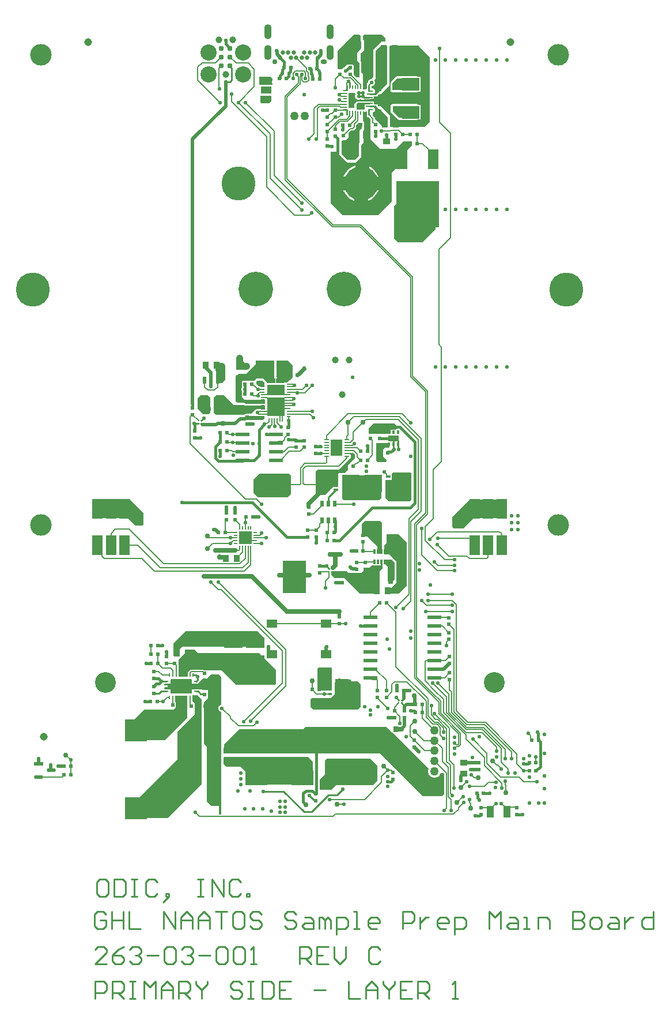
<source format=gtl>
G04*
G04 #@! TF.GenerationSoftware,Altium Limited,Altium Designer,24.9.1 (31)*
G04*
G04 Layer_Physical_Order=1*
G04 Layer_Color=255*
%FSLAX44Y44*%
%MOMM*%
G71*
G04*
G04 #@! TF.SameCoordinates,1259BD5C-C6F3-40BD-8840-5C3A0C5864AA*
G04*
G04*
G04 #@! TF.FilePolarity,Positive*
G04*
G01*
G75*
%ADD11C,0.2500*%
%ADD13C,0.1524*%
%ADD14C,0.2000*%
%ADD15C,0.1270*%
%ADD17C,0.2540*%
%ADD19R,0.6000X0.6000*%
%ADD20R,1.6500X0.9500*%
%ADD21R,0.3500X0.4800*%
%ADD22R,0.6000X0.9000*%
%ADD23R,1.0000X0.9500*%
%ADD24R,0.6000X0.6000*%
%ADD25R,6.2500X6.8000*%
%ADD26R,1.5000X3.0000*%
%ADD27C,0.7620*%
%ADD28R,0.2000X0.6000*%
%ADD29R,0.6000X0.2000*%
%ADD30R,0.2000X0.4000*%
%ADD31R,0.4000X0.2000*%
%ADD32R,2.6500X2.7200*%
%ADD33R,2.6500X1.5300*%
%ADD34R,1.4000X2.5000*%
%ADD35R,2.0000X0.6000*%
%ADD36R,3.3000X3.1750*%
%ADD37R,0.7064X0.2040*%
%ADD38R,1.7018X2.3876*%
%ADD39R,1.1500X1.4500*%
%ADD40R,0.3000X0.6700*%
%ADD41R,1.8000X1.1500*%
%ADD42R,0.9500X1.0000*%
%ADD43R,0.6000X0.2400*%
%ADD44R,0.2400X0.6000*%
%ADD45R,2.7200X1.5300*%
%ADD46R,1.1500X1.8000*%
%ADD47R,1.5300X2.7200*%
%ADD48R,0.8000X0.9000*%
%ADD49R,3.3020X2.2606*%
%ADD50R,1.2500X1.2500*%
%ADD51R,0.3000X0.4500*%
%ADD52R,1.6000X1.0000*%
%ADD53R,1.5500X1.3000*%
%ADD54R,3.4300X4.7000*%
%ADD55R,0.5000X1.0056*%
G04:AMPARAMS|DCode=57|XSize=1.3552mm|YSize=0.5625mm|CornerRadius=0.2812mm|HoleSize=0mm|Usage=FLASHONLY|Rotation=0.000|XOffset=0mm|YOffset=0mm|HoleType=Round|Shape=RoundedRectangle|*
%AMROUNDEDRECTD57*
21,1,1.3552,0.0000,0,0,0.0*
21,1,0.7928,0.5625,0,0,0.0*
1,1,0.5625,0.3964,0.0000*
1,1,0.5625,-0.3964,0.0000*
1,1,0.5625,-0.3964,0.0000*
1,1,0.5625,0.3964,0.0000*
%
%ADD57ROUNDEDRECTD57*%
%ADD58R,1.3552X0.5625*%
%ADD59R,1.0000X1.8000*%
%ADD60R,1.0000X0.9000*%
%ADD61R,1.6000X3.0000*%
%ADD62R,2.5100X2.5500*%
%ADD63R,0.7000X0.4000*%
%ADD64R,0.5000X0.3500*%
%ADD65R,2.5000X1.9000*%
%ADD66R,0.9500X0.2000*%
%ADD67R,1.0000X0.2000*%
%ADD68R,0.2000X0.6800*%
%ADD69R,0.2000X0.6500*%
%ADD70R,0.2000X0.7000*%
%ADD71R,0.6000X0.2000*%
%ADD72R,0.8000X2.0000*%
%ADD99R,3.0500X2.0500*%
%ADD145C,3.1750*%
%ADD146C,0.7874*%
%ADD147R,1.8999X1.8999*%
%ADD148C,0.3000*%
%ADD149C,0.1750*%
%ADD150C,0.1575*%
%ADD151C,0.1916*%
%ADD152C,1.1430*%
%ADD153C,0.3810*%
%ADD154C,0.6350*%
%ADD155C,0.5000*%
%ADD156C,2.0000*%
%ADD157C,1.0000*%
%ADD158C,0.6000*%
%ADD159C,0.2400*%
%ADD160C,0.9906*%
%ADD161C,2.3749*%
%ADD162C,5.0000*%
%ADD163C,1.2700*%
%ADD164C,0.7500*%
%ADD165O,0.9500X0.7500*%
%ADD166C,0.6500*%
%ADD167O,1.1000X2.2000*%
%ADD168C,5.0800*%
%ADD169C,3.0480*%
%ADD170C,0.5588*%
G36*
X374995Y948536D02*
Y929223D01*
X370308Y924536D01*
Y912224D01*
X373308Y909224D01*
Y887536D01*
X369321D01*
X364995Y891862D01*
X364995Y905838D01*
X364995Y906076D01*
X364265Y906806D01*
X364028Y906806D01*
X355343D01*
X351034Y902497D01*
X349974Y902058D01*
X348473Y900557D01*
X348241Y899997D01*
X342534D01*
X340995Y901536D01*
Y916729D01*
X341286Y918936D01*
Y926826D01*
X363683Y949223D01*
X364995Y950536D01*
X372995D01*
X374995Y948536D01*
D02*
G37*
G36*
X245005Y886926D02*
Y881492D01*
X245219Y880414D01*
X245830Y879501D01*
X245995Y879335D01*
Y876936D01*
X225995D01*
X225995Y888936D01*
X242995D01*
X245005Y886926D01*
D02*
G37*
G36*
X411995Y945536D02*
Y941536D01*
X410995Y940536D01*
X405995D01*
X404995Y939536D01*
X394995Y929536D01*
Y929237D01*
X394927Y929169D01*
X394264Y928176D01*
X394031Y927006D01*
X394031Y927006D01*
Y888947D01*
X390767Y885683D01*
X390372D01*
X388411Y884871D01*
X386911Y883370D01*
X386099Y881410D01*
Y881015D01*
X384308Y879224D01*
Y878049D01*
X384145Y877887D01*
X384145Y877887D01*
X383732Y877268D01*
X383482Y876894D01*
Y876894D01*
X383482Y876894D01*
X383435Y876658D01*
X383249Y875724D01*
X383249Y875724D01*
X383249Y870224D01*
X380175D01*
X379369Y870558D01*
X378308D01*
Y872928D01*
X378367Y873224D01*
Y877224D01*
X378308Y877519D01*
Y893224D01*
X376367Y895165D01*
Y909224D01*
X376134Y910394D01*
X375471Y911386D01*
X375308Y911549D01*
Y922724D01*
X379995Y927411D01*
X379995Y941536D01*
Y942536D01*
X378307Y944225D01*
X378307Y948847D01*
X379995Y950536D01*
X406995D01*
X411995Y945536D01*
D02*
G37*
G36*
X356308Y875724D02*
Y867724D01*
X355808Y867224D01*
X349808D01*
X349308Y867724D01*
Y868724D01*
X349808Y869224D01*
X354308D01*
Y875724D01*
X354808Y876224D01*
X355808D01*
X356308Y875724D01*
D02*
G37*
G36*
X388308Y875724D02*
Y868724D01*
X392808D01*
X393308Y868224D01*
Y867224D01*
X392808Y866724D01*
X386808Y866724D01*
X386308Y867224D01*
X386308Y875724D01*
X386808Y876224D01*
X387808D01*
X388308Y875724D01*
D02*
G37*
G36*
X414308Y933223D02*
Y878224D01*
X400578Y864494D01*
X399038D01*
Y863224D01*
X395256Y863224D01*
X394870Y864494D01*
X394971Y864561D01*
X394971Y864561D01*
X395471Y865061D01*
X395471Y865061D01*
X396134Y866053D01*
X396367Y867224D01*
X396367Y867224D01*
Y868224D01*
X396367Y868224D01*
X396134Y869394D01*
X395471Y870387D01*
X395471Y870387D01*
X394971Y870887D01*
X393978Y871550D01*
X392808Y871783D01*
X392808Y871783D01*
X391367D01*
Y875015D01*
X392494D01*
X394454Y875827D01*
X395955Y877327D01*
X396767Y879288D01*
Y881410D01*
X395955Y883370D01*
X395205Y884120D01*
X397090Y886006D01*
Y927006D01*
X404620Y934536D01*
X412995D01*
X414308Y933223D01*
D02*
G37*
G36*
X460995Y933849D02*
X477000Y917844D01*
Y823000D01*
X469536Y815536D01*
X419637Y815536D01*
X418367Y815536D01*
Y829224D01*
X418308Y829519D01*
Y832224D01*
X402308Y848224D01*
X397668D01*
X397576Y848285D01*
X396308Y848537D01*
X394578D01*
Y851994D01*
X390700D01*
X390651Y852067D01*
X389576Y852785D01*
X388308Y853037D01*
X382949D01*
X382478Y853352D01*
X381308Y853585D01*
X371153D01*
X371153Y853585D01*
X369983Y853352D01*
X368990Y852689D01*
X368990Y852689D01*
X368597Y852295D01*
X367890Y852002D01*
X367393Y851670D01*
X366898Y851339D01*
X366235Y850347D01*
X366002Y849176D01*
Y843224D01*
X358134D01*
X357971Y843387D01*
X357971Y843387D01*
X357308Y843829D01*
Y864618D01*
X357971Y865061D01*
X357971Y865061D01*
X358134Y865224D01*
X366974D01*
Y864163D01*
X367570Y862724D01*
X366974Y861285D01*
Y859163D01*
X367786Y857202D01*
X369286Y855702D01*
X371247Y854890D01*
X373369D01*
X375308Y855693D01*
X377247Y854890D01*
X379369D01*
X380625Y855410D01*
X388308D01*
X389576Y855662D01*
X390651Y856381D01*
X390700Y856454D01*
X394578D01*
Y859910D01*
X396308D01*
X397576Y860162D01*
X397580Y860165D01*
X399038D01*
X400208Y860398D01*
X401201Y861061D01*
X401585Y861635D01*
X401749Y861668D01*
X402741Y862331D01*
X402741Y862331D01*
X403634Y863224D01*
X405308Y863224D01*
X417308Y875224D01*
Y877928D01*
X417367Y878224D01*
X417367Y878224D01*
Y933224D01*
X417357Y933273D01*
X418308Y934224D01*
X460995D01*
Y933849D01*
D02*
G37*
G36*
X243995Y852936D02*
X240995Y849936D01*
X229995D01*
X227995Y851936D01*
Y854936D01*
X227995Y859936D01*
Y860936D01*
X243995D01*
Y852936D01*
D02*
G37*
G36*
X381308Y841224D02*
X380308Y840224D01*
X370302Y840224D01*
X369061Y841279D01*
Y849176D01*
X370329Y849702D01*
X371153Y850526D01*
X381308D01*
Y841224D01*
D02*
G37*
G36*
X383248Y837114D02*
X383249Y837113D01*
X383249Y832724D01*
X383482Y831553D01*
X383732Y831180D01*
X384145Y830561D01*
X384145Y830561D01*
X384645Y830061D01*
X384645Y830061D01*
X385637Y829398D01*
X386808Y829165D01*
X386808Y829165D01*
X386867D01*
X389308Y826724D01*
Y797224D01*
X403531Y783000D01*
X427000D01*
X438000Y794000D01*
X451000D01*
Y788000D01*
X443000Y780000D01*
Y753000D01*
X426000D01*
X421000Y748000D01*
Y706000D01*
X401000Y686000D01*
X348000D01*
X331000Y703000D01*
Y779000D01*
X340000D01*
X344054Y774946D01*
X344169Y774365D01*
X344832Y773373D01*
X344832Y773373D01*
X353833Y764373D01*
X354825Y763710D01*
X355405Y763595D01*
X356000Y763000D01*
X368000Y763000D01*
X375995Y770995D01*
Y788536D01*
X379308Y791849D01*
X379308Y810898D01*
X379471Y811061D01*
X380134Y812053D01*
X380367Y813224D01*
X380367Y813224D01*
Y821224D01*
X380308Y821519D01*
Y822224D01*
X380127Y822404D01*
X379471Y823387D01*
X378489Y824043D01*
X378308Y824223D01*
Y837165D01*
X380308D01*
X380308Y837165D01*
X381478Y837398D01*
X381979Y837732D01*
X383248Y837114D01*
D02*
G37*
G36*
X393308Y841224D02*
Y840224D01*
X392808Y839724D01*
X388308D01*
Y832724D01*
X387808Y832224D01*
X386808D01*
X386308Y832724D01*
X386308Y841224D01*
X386808Y841724D01*
X392808Y841724D01*
X393308Y841224D01*
D02*
G37*
G36*
X355808D02*
X356308Y840724D01*
X356308Y832724D01*
X355808Y832224D01*
X354808D01*
X354308Y832724D01*
Y839224D01*
X349808D01*
X349308Y839724D01*
X349308Y840724D01*
X349808Y841224D01*
X355808Y841224D01*
D02*
G37*
G36*
X400308Y841224D02*
X403308D01*
X415308Y829224D01*
Y815536D01*
X407995Y815536D01*
X401265Y822266D01*
Y822806D01*
X400726D01*
X396367Y827165D01*
Y827224D01*
X396134Y828394D01*
X395471Y829387D01*
X395471Y829387D01*
X392808Y832049D01*
Y836665D01*
X393978Y836898D01*
X394971Y837561D01*
X394971Y837561D01*
X395471Y838061D01*
X396134Y839053D01*
X396367Y840224D01*
X396367Y840224D01*
Y841224D01*
X396367Y841224D01*
X396134Y842394D01*
X395471Y843387D01*
X395471Y843387D01*
X395150Y843708D01*
X395345Y844514D01*
X395623Y844978D01*
X396449Y845083D01*
X400308Y841224D01*
D02*
G37*
G36*
X377308Y813224D02*
X373308Y809224D01*
Y792224D01*
X372308Y791224D01*
Y771848D01*
X366995Y766536D01*
X355995D01*
X346995Y775536D01*
Y793536D01*
X348995Y795536D01*
X352995D01*
X357308Y799848D01*
Y805866D01*
X361162Y809720D01*
X363620D01*
X364698Y809934D01*
X365611Y810545D01*
X367987Y812920D01*
X368597Y813833D01*
X368811Y814911D01*
Y817727D01*
X372308Y821224D01*
X377308D01*
Y813224D01*
D02*
G37*
G36*
X485500Y665500D02*
X466000Y646000D01*
X430000D01*
X424500Y651500D01*
Y699500D01*
X427500Y702500D01*
Y730500D01*
X485500D01*
X485500Y665500D01*
D02*
G37*
G36*
X275225Y465775D02*
Y460950D01*
Y446992D01*
X267225Y440325D01*
X267151Y440251D01*
X265799D01*
X262992Y440251D01*
X262117Y439376D01*
X251587D01*
X251117Y439846D01*
Y445906D01*
X251587Y446376D01*
X252949D01*
X252816Y447047D01*
X252153Y448039D01*
X252153Y448039D01*
X251653Y448539D01*
X251225Y448825D01*
Y472000D01*
X269000D01*
X275225Y465775D01*
D02*
G37*
G36*
X248166Y448825D02*
X248225Y448529D01*
Y448228D01*
X248340Y447950D01*
X248399Y447654D01*
X248490Y447518D01*
Y447374D01*
X248291Y447076D01*
Y447076D01*
X248291Y447076D01*
X248152Y446376D01*
X249490D01*
X249990Y445876D01*
X249990Y439876D01*
X249490Y439376D01*
X238460Y439376D01*
X237460Y440376D01*
Y440802D01*
X237184D01*
X237099Y440881D01*
X237051Y441121D01*
X236388Y442113D01*
X236388Y442113D01*
X233388Y445113D01*
X232395Y445776D01*
X231225Y446009D01*
X231225Y446009D01*
X223225D01*
X223225Y446009D01*
X222054Y445776D01*
X221062Y445113D01*
X221062Y445113D01*
X220062Y444113D01*
X219399Y443121D01*
X219350Y442876D01*
X201490D01*
X200490Y441876D01*
Y432457D01*
X199891Y431011D01*
Y428889D01*
X200490Y427443D01*
Y418876D01*
X204490Y414876D01*
X206151D01*
X206225Y414950D01*
X228564D01*
X228990Y415376D01*
X233990D01*
X234990Y414376D01*
Y413650D01*
X234990Y413649D01*
Y411237D01*
X234990Y411237D01*
Y409376D01*
X234016Y408402D01*
X228964D01*
X227990Y409376D01*
Y410236D01*
X227819Y410202D01*
X226827Y409539D01*
X226827Y409539D01*
X226238Y408950D01*
X206225D01*
X206012Y409163D01*
X205764Y409329D01*
X205764Y409329D01*
X205764Y409329D01*
X205761Y409330D01*
X205761Y409330D01*
X205020Y409826D01*
X203849Y410059D01*
X203849Y410059D01*
X194292D01*
X191475Y412876D01*
Y448361D01*
X195990Y452876D01*
X207151D01*
X221225Y466950D01*
Y472000D01*
X248166D01*
Y448825D01*
D02*
G37*
G36*
X176340Y465230D02*
Y443898D01*
X171506Y439064D01*
X162506D01*
Y457064D01*
X161506Y458064D01*
Y469064D01*
X172506D01*
X176340Y465230D01*
D02*
G37*
G36*
X234225Y439950D02*
Y432950D01*
X228768D01*
X227321Y434398D01*
X225360Y435210D01*
X224965D01*
X222225Y437950D01*
Y441950D01*
X223225Y442950D01*
X231225D01*
X234225Y439950D01*
D02*
G37*
G36*
X188570Y407000D02*
X203849D01*
X204062Y406787D01*
X204062Y406787D01*
X205054Y406124D01*
X206225Y405891D01*
X206225Y405891D01*
X226238D01*
X227073Y406057D01*
X227793Y405576D01*
X227990Y405537D01*
Y406376D01*
X228962Y407348D01*
X234018D01*
X234990Y406376D01*
Y404544D01*
X234990Y404544D01*
Y402251D01*
X234990Y402250D01*
Y401376D01*
X234891Y401277D01*
Y401276D01*
X234549Y400934D01*
X234548D01*
X233990Y400376D01*
X228990D01*
X228431Y400934D01*
X225661D01*
X225661Y400934D01*
X225475Y400897D01*
X224722Y401209D01*
X222600D01*
X220639Y400397D01*
X220618Y400376D01*
X220376D01*
X214009Y394009D01*
X207225D01*
X207225Y394009D01*
X206054Y393776D01*
X205222Y393220D01*
X203955D01*
Y393000D01*
X162570Y393000D01*
X159506Y396064D01*
Y418064D01*
X162506Y421064D01*
X174506D01*
X188570Y407000D01*
D02*
G37*
G36*
X143006Y421564D02*
X150506D01*
X154506Y417564D01*
Y396064D01*
X152006Y393564D01*
X149006D01*
X143506Y393564D01*
X135506Y401564D01*
Y417064D01*
X140006Y421564D01*
X143006Y421564D01*
D02*
G37*
G36*
X222600Y390541D02*
X224722D01*
X225391Y390818D01*
X225399Y390817D01*
X225399Y390817D01*
X234225D01*
Y387950D01*
X231225Y384950D01*
X205225D01*
Y388950D01*
X207225Y390950D01*
X221614D01*
X222600Y390541D01*
D02*
G37*
G36*
X427000Y378000D02*
X430480Y374520D01*
X426980Y371020D01*
X419000D01*
Y365000D01*
X387000D01*
X387000Y373000D01*
X394000Y380000D01*
X425000D01*
X427000Y378000D01*
D02*
G37*
G36*
X418000Y345000D02*
X417000Y344000D01*
X411000D01*
X408000Y341000D01*
Y332000D01*
X413000Y327000D01*
X413000Y324000D01*
X412000Y323000D01*
X401000D01*
X398000Y326000D01*
X398000Y345000D01*
Y351000D01*
X418000D01*
Y345000D01*
D02*
G37*
G36*
X406000Y271000D02*
X402000Y267000D01*
X351000D01*
X348000Y270000D01*
Y278710D01*
X348270Y278980D01*
Y303941D01*
X352000D01*
X352000Y303941D01*
X352296Y304000D01*
X406000D01*
Y271000D01*
D02*
G37*
G36*
X273000Y303000D02*
Y277000D01*
X268000Y272000D01*
X224000Y272000D01*
X218000Y278000D01*
Y298000D01*
X226000Y306000D01*
X270000Y306000D01*
X273000Y303000D01*
D02*
G37*
G36*
X449000Y308000D02*
X450000Y307000D01*
X450000Y268000D01*
X448000Y266000D01*
X417000D01*
X412000Y271000D01*
Y297000D01*
X421000D01*
Y306000D01*
X423000Y308000D01*
X432000D01*
X449000Y308000D01*
D02*
G37*
G36*
X367000Y334017D02*
Y329000D01*
X357000Y319000D01*
Y312000D01*
X352000Y307000D01*
X343000D01*
X342000Y306000D01*
Y287000D01*
X335000D01*
X323000Y275000D01*
X316500D01*
X302000Y260500D01*
Y256000D01*
X296000D01*
Y264000D01*
X309000Y277000D01*
Y309000D01*
X312000Y312000D01*
X343000D01*
X361000Y330000D01*
Y334000D01*
X360000Y335000D01*
Y337000D01*
X364017D01*
X367000Y334017D01*
D02*
G37*
G36*
X56000Y249000D02*
Y232000D01*
X54000Y230000D01*
X44000D01*
X33000Y241000D01*
X-19000D01*
Y269000D01*
X36000D01*
X56000Y249000D01*
D02*
G37*
G36*
X588000Y241000D02*
X541000D01*
X526000Y226000D01*
X512000D01*
X510000Y228000D01*
Y243000D01*
X535000Y268000D01*
X588000D01*
Y241000D01*
D02*
G37*
G36*
X407000Y234000D02*
Y201296D01*
X406941Y201000D01*
X406941Y201000D01*
Y189000D01*
X400000D01*
Y199000D01*
X385000Y214000D01*
X377000D01*
Y233000D01*
X381000Y237000D01*
X404000D01*
X407000Y234000D01*
D02*
G37*
G36*
X407500Y167851D02*
X403000Y163351D01*
Y130000D01*
X374000Y130000D01*
X351000Y153000D01*
X337000D01*
X332000Y158000D01*
Y161000D01*
Y163000D01*
X355000D01*
X357000Y161000D01*
X376000D01*
X380000Y165000D01*
Y168000D01*
X388000D01*
X392000Y172000D01*
X404500D01*
Y180000D01*
X407500D01*
Y167851D01*
D02*
G37*
G36*
X425000Y176000D02*
Y151000D01*
X422000Y148000D01*
X415000D01*
X415000Y169800D01*
X411000Y173800D01*
X411000Y180000D01*
X421000D01*
X425000Y176000D01*
D02*
G37*
G36*
X431000Y217000D02*
X443000Y205000D01*
Y142000D01*
X431000Y130000D01*
X411000D01*
Y139000D01*
X421000D01*
X428000Y146000D01*
Y150704D01*
X428059Y151000D01*
X428059Y151000D01*
Y176000D01*
X428000Y176295D01*
Y178000D01*
X418000Y188000D01*
X410000D01*
Y201000D01*
X415000Y206000D01*
Y217000D01*
X431000Y217000D01*
D02*
G37*
G36*
X232000Y67000D02*
Y52000D01*
X113000D01*
X109000Y48000D01*
Y39326D01*
X108857Y39183D01*
X108741Y39009D01*
X108727Y39000D01*
X100000D01*
Y57000D01*
X118000Y75000D01*
X224000D01*
X232000Y67000D01*
D02*
G37*
G36*
X170000Y8000D02*
Y-32848D01*
X168479Y-33478D01*
X166978Y-34978D01*
X166166Y-36939D01*
Y-39061D01*
X166978Y-41021D01*
X168479Y-42522D01*
X170000Y-43152D01*
Y-194184D01*
X167003D01*
X167000Y-181000D01*
X155000Y-181000D01*
X149000Y-175000D01*
Y-94000D01*
X145059Y-90059D01*
Y-28941D01*
X151000Y-23000D01*
Y-11000D01*
X143000D01*
X142000Y-10000D01*
X136460D01*
X136277Y-9964D01*
X135804D01*
X135741Y-10027D01*
X127491D01*
Y-15527D01*
X126491Y-16527D01*
X96991D01*
X95991Y-15527D01*
Y-10027D01*
X87741D01*
X86741Y-9027D01*
Y-8027D01*
X87741Y-7027D01*
X91991D01*
Y-4527D01*
X87741D01*
X86741Y-3527D01*
Y-2527D01*
X87741Y-1527D01*
X95991D01*
Y3973D01*
X96991Y4973D01*
X126491D01*
X127491Y3973D01*
Y-1527D01*
X135741D01*
X142268Y5000D01*
X148000D01*
X155000Y12000D01*
X166000D01*
X170000Y8000D01*
D02*
G37*
G36*
X136000Y43000D02*
X226000D01*
X251000Y18000D01*
X251000Y-2000D01*
X249000Y-4000D01*
X192000D01*
X170000Y18000D01*
X144978D01*
X144078Y18602D01*
X143000Y18816D01*
X126000D01*
X124922Y18602D01*
X124022Y18000D01*
X124000D01*
X121000Y15000D01*
Y8031D01*
X108000D01*
Y34000D01*
X110730Y36730D01*
X111020D01*
Y37020D01*
X117000Y43000D01*
Y48000D01*
X131000D01*
X136000Y43000D01*
D02*
G37*
G36*
X331000Y22000D02*
X333005Y19995D01*
X333005Y-12286D01*
X324558D01*
X323061Y-11666D01*
X320939D01*
X319442Y-12286D01*
X312005D01*
X312005Y20005D01*
X314000Y22000D01*
X331000Y22000D01*
D02*
G37*
G36*
X345755Y4964D02*
X357505D01*
Y1464D01*
X371005D01*
X375005Y-2536D01*
Y-35995D01*
X371000Y-40000D01*
X306000Y-40000D01*
X302000Y-36000D01*
Y-25000D01*
X304000Y-23000D01*
X331000D01*
X337005Y-16995D01*
X337005Y-13911D01*
Y-536D01*
X337755Y214D01*
Y4964D01*
X342255D01*
Y5714D01*
X345755D01*
Y4964D01*
D02*
G37*
G36*
X120000Y-27000D02*
Y-52000D01*
X87000Y-85000D01*
X31000D01*
X31000Y-66000D01*
X57000Y-40000D01*
X100000Y-40000D01*
X102730Y-37270D01*
X103270D01*
Y-28730D01*
X103000D01*
Y-20000D01*
X120000D01*
Y-27000D01*
D02*
G37*
G36*
X304951Y-116805D02*
Y-140805D01*
X295951Y-149805D01*
X215810D01*
X207950Y-141945D01*
Y-132375D01*
X199380Y-123805D01*
X177950D01*
X173951Y-119805D01*
Y-110805D01*
X174951Y-109805D01*
X297950D01*
X304951Y-116805D01*
D02*
G37*
G36*
X399950Y-121805D02*
Y-143805D01*
X392951Y-150805D01*
X338951D01*
X331950Y-157805D01*
X315951D01*
X314951Y-156805D01*
Y-142805D01*
X322951Y-134805D01*
Y-114805D01*
X325951Y-111805D01*
X389951D01*
X399950Y-121805D01*
D02*
G37*
G36*
X421730Y-73730D02*
Y-74270D01*
X422270D01*
X474967Y-126967D01*
X474350Y-129269D01*
Y-131731D01*
X474987Y-134109D01*
X476218Y-136241D01*
X476563Y-136586D01*
X476562Y-136586D01*
X477959Y-137982D01*
X480091Y-139213D01*
X482469Y-139851D01*
X483700D01*
X484931D01*
X487309Y-139213D01*
X489441Y-137982D01*
X490837Y-136586D01*
X490837Y-136586D01*
X491182Y-136241D01*
X492413Y-134109D01*
X492710Y-133000D01*
X497000D01*
X498390Y-134390D01*
Y-163610D01*
X495000Y-167000D01*
X467000Y-167000D01*
X404000Y-104000D01*
X175002D01*
Y-91000D01*
X196001Y-70001D01*
X197000Y-69000D01*
X291002D01*
X295002Y-65000D01*
X413000D01*
X421730Y-73730D01*
D02*
G37*
G36*
X142000Y-25000D02*
Y-149000D01*
X92000Y-199000D01*
X30000D01*
Y-170000D01*
X49000D01*
X106000Y-113000D01*
Y-72000D01*
X131000Y-47000D01*
Y-31000D01*
X128000Y-28000D01*
Y-19127D01*
X128190Y-19000D01*
X136000D01*
X142000Y-25000D01*
D02*
G37*
%LPC*%
G36*
X429244Y889282D02*
X428073Y889050D01*
X427081Y888387D01*
X427081Y888386D01*
X420081Y881386D01*
X419418Y880394D01*
X419185Y879224D01*
X419185Y879223D01*
Y869224D01*
X419418Y868053D01*
X420081Y867061D01*
X421073Y866398D01*
X422244Y866165D01*
X458244D01*
X459414Y866398D01*
X460247Y866954D01*
X463078D01*
Y888494D01*
X460247D01*
X459414Y889050D01*
X458244Y889282D01*
X429244D01*
X429244Y889282D01*
D02*
G37*
G36*
X457808Y848782D02*
X422308D01*
X421137Y848550D01*
X420145Y847887D01*
X419482Y846894D01*
X419249Y845724D01*
Y838224D01*
X419482Y837053D01*
X420145Y836061D01*
X420145Y836061D01*
X429645Y826561D01*
X430637Y825898D01*
X431808Y825665D01*
X431808Y825665D01*
X457808D01*
X458978Y825898D01*
X459062Y825954D01*
X463078D01*
Y847494D01*
X460233D01*
X459971Y847887D01*
X458978Y848550D01*
X457808Y848782D01*
D02*
G37*
%LPD*%
G36*
X458244Y869224D02*
X422244D01*
Y879224D01*
X429244Y886224D01*
X458244D01*
Y869224D01*
D02*
G37*
G36*
X457808Y828724D02*
X431808D01*
X422308Y838224D01*
Y845724D01*
X457808D01*
Y828724D01*
D02*
G37*
%LPC*%
G36*
X377918Y759540D02*
X377020D01*
Y733270D01*
X403290D01*
Y734167D01*
X402612Y738449D01*
X401273Y742572D01*
X399305Y746434D01*
X396757Y749941D01*
X393691Y753006D01*
X390184Y755554D01*
X386322Y757522D01*
X382199Y758862D01*
X377918Y759540D01*
D02*
G37*
G36*
X374480D02*
X373583D01*
X369301Y758862D01*
X365179Y757522D01*
X361316Y755554D01*
X357809Y753006D01*
X354744Y749941D01*
X352196Y746434D01*
X350228Y742572D01*
X348889Y738449D01*
X348210Y734167D01*
Y733270D01*
X374480D01*
Y759540D01*
D02*
G37*
G36*
X403290Y730730D02*
X377020D01*
Y704460D01*
X377918D01*
X382199Y705138D01*
X386322Y706478D01*
X390184Y708446D01*
X393691Y710994D01*
X396757Y714059D01*
X399305Y717566D01*
X401273Y721428D01*
X402612Y725551D01*
X403290Y729833D01*
Y730730D01*
D02*
G37*
G36*
X374480D02*
X348210D01*
Y729833D01*
X348889Y725551D01*
X350228Y721428D01*
X352196Y717566D01*
X354744Y714059D01*
X357809Y710994D01*
X361316Y708446D01*
X365179Y706478D01*
X369301Y705138D01*
X373583Y704460D01*
X374480D01*
Y730730D01*
D02*
G37*
%LPD*%
D11*
X430456Y342544D02*
X431000Y342000D01*
X430000Y347750D02*
X430456Y347294D01*
Y342544D02*
Y347294D01*
X338000Y171541D02*
X339005Y170536D01*
X332995Y166537D02*
X334995Y168536D01*
X177000Y881000D02*
X183000D01*
X186000Y884000D02*
Y901196D01*
X183350Y903846D02*
X186000Y901196D01*
X183350Y903846D02*
Y905300D01*
X183000Y881000D02*
X186000Y884000D01*
X112000Y-13000D02*
Y-5000D01*
X423500Y358250D02*
X427750D01*
X430000Y347750D02*
Y354500D01*
X423750Y342250D02*
Y348250D01*
Y342250D02*
X424000Y342000D01*
X423500Y348500D02*
X423750Y348250D01*
X427750Y358250D02*
X428000Y358000D01*
X425000Y358250D02*
X426625Y356625D01*
X427875D01*
X430000Y354500D01*
X423500Y348500D02*
Y358250D01*
X328000Y261000D02*
Y271750D01*
X338500Y282250D01*
X140950Y379775D02*
X142725Y378000D01*
X139848Y-16848D02*
X144848D01*
X133240Y-13277D02*
X136277D01*
X139848Y-16848D01*
X144848D02*
X146000Y-18000D01*
X82277Y1723D02*
X90240D01*
X81981Y-13277D02*
X90240D01*
X79259Y-16000D02*
X81981Y-13277D01*
X71000Y-16000D02*
X79259D01*
X136000Y4000D02*
Y8000D01*
X133723Y1723D02*
X136000Y4000D01*
X133240Y1723D02*
X133723D01*
X133278Y10722D02*
X136000Y8000D01*
X129241Y10722D02*
X133278D01*
X332995Y162536D02*
X333131D01*
X339667Y156000D01*
X340000D01*
X212000Y206000D02*
X214036Y208036D01*
X428000Y-22606D02*
Y-22000D01*
Y-22606D02*
X431464Y-26070D01*
X140950Y383775D02*
X144950Y387775D01*
X363308Y848224D02*
Y849224D01*
X367308Y853224D01*
Y854224D01*
X363308Y858224D02*
X367308Y854224D01*
X363308Y858224D02*
Y861224D01*
X359308Y854224D02*
X360308D01*
X367308D01*
X367308Y854224D02*
X388308D01*
X367308Y854224D02*
X367308Y854224D01*
X324995Y170536D02*
X328995Y166537D01*
X435465Y-30206D02*
X440000Y-34741D01*
Y-35000D02*
Y-34741D01*
X435465Y-30206D02*
Y-30071D01*
X435930Y-26070D02*
X438464Y-23536D01*
X435465Y-26070D02*
X435930D01*
X130950Y379775D02*
X130950Y379775D01*
X136950D01*
X136950Y379775D01*
X357308Y882224D02*
X359308Y880224D01*
Y873224D02*
Y880224D01*
X396308Y863224D02*
X403308Y870224D01*
X388558Y863224D02*
X396308D01*
X396308Y845224D02*
X403308Y838224D01*
X388308Y845224D02*
X396308D01*
X372308Y865224D02*
X378308D01*
Y860224D02*
Y865224D01*
X372308Y860224D02*
X378308D01*
X379808Y858724D01*
X388308D01*
X379808Y849724D02*
X388308D01*
X378308Y848224D02*
X379808Y849724D01*
D13*
X490000Y636000D02*
X507000Y653000D01*
Y806000D01*
X490000Y496000D02*
Y636000D01*
X494000Y324000D02*
Y492000D01*
X490000Y496000D02*
X494000Y492000D01*
X491000Y822000D02*
X507000Y806000D01*
X482000Y240000D02*
Y312000D01*
X494000Y324000D01*
X136000Y884000D02*
Y902935D01*
Y884000D02*
X169000Y851000D01*
X136000Y902935D02*
X142065Y909000D01*
X278000Y686000D02*
X300000D01*
X303000Y689000D01*
X237000Y727000D02*
X278000Y686000D01*
X242000Y740000D02*
Y805000D01*
Y740000D02*
X289000Y693000D01*
X248000Y744000D02*
X289000Y703000D01*
X248000Y744000D02*
Y809000D01*
X516000Y-42000D02*
Y113825D01*
X533000Y-59000D02*
X559000D01*
X516000Y-42000D02*
X533000Y-59000D01*
X512000Y-43000D02*
Y78000D01*
X531000Y-62000D02*
X557000D01*
X512000Y-43000D02*
X531000Y-62000D01*
Y-66000D02*
X556000D01*
X509000Y-44000D02*
Y-14000D01*
Y-44000D02*
X531000Y-66000D01*
X529794Y-68794D02*
X553794D01*
X505206Y-44206D02*
Y-17206D01*
Y-44206D02*
X529794Y-68794D01*
X501000Y-44000D02*
X530500Y-73500D01*
X501000Y-44000D02*
Y-21000D01*
X530500Y-73500D02*
X553500D01*
X497000Y-44000D02*
Y-25000D01*
X530000Y-83000D02*
Y-77000D01*
X497000Y-44000D02*
X530000Y-77000D01*
X506000Y-11000D02*
X509000Y-14000D01*
X465000Y187000D02*
Y226000D01*
X488000Y164000D02*
X512893D01*
X465000Y187000D02*
X488000Y164000D01*
X460000Y254000D02*
Y356000D01*
X446000Y129000D02*
Y240000D01*
X460000Y254000D01*
X449000Y119000D02*
Y236000D01*
X464000Y251000D01*
Y358000D01*
X392000Y333000D02*
Y356000D01*
X385000Y326000D02*
X392000Y333000D01*
X390000Y358000D02*
X392000Y356000D01*
X186000Y852000D02*
Y863000D01*
Y852000D02*
X237000Y801000D01*
Y727000D02*
Y801000D01*
X206000Y851000D02*
X248000Y809000D01*
X196000Y851000D02*
X219000Y874000D01*
Y900000D01*
X196000Y851000D02*
X242000Y805000D01*
X210000Y909000D02*
X219000Y900000D01*
X192350Y909000D02*
X210000D01*
X142065D02*
X161650D01*
X170650Y918000D01*
X167222Y871778D02*
Y874702D01*
Y871778D02*
X168000Y871000D01*
X167000Y874925D02*
X167222Y874702D01*
X167000Y874925D02*
Y901412D01*
X170650Y905062D02*
Y905300D01*
X167000Y901412D02*
X170650Y905062D01*
X183350Y918000D02*
X192350Y909000D01*
X354962Y352000D02*
X360000D01*
X364000Y356000D01*
Y367000D01*
X427000Y23049D02*
X474174Y-24125D01*
X413000Y117000D02*
X427000Y103000D01*
Y23049D02*
Y103000D01*
X489000Y-1000D02*
X505206Y-17206D01*
X553794Y-68794D02*
X582000Y-97000D01*
Y-117000D02*
Y-97000D01*
Y-117000D02*
X592000Y-127000D01*
Y-133000D02*
Y-127000D01*
X561000Y-119000D02*
X581000Y-139000D01*
X608000D02*
X615000Y-146000D01*
X581000Y-139000D02*
X608000D01*
X419550Y810000D02*
X431000D01*
X406000Y809000D02*
X418550D01*
X419550Y810000D01*
X307000Y805000D02*
Y842000D01*
X313224Y848224D02*
X352308D01*
X307000Y842000D02*
X313224Y848224D01*
X315430Y845430D02*
X344570D01*
X312000Y799925D02*
Y842000D01*
X315430Y845430D01*
X310000Y797925D02*
X312000Y799925D01*
X310000Y797000D02*
Y797925D01*
X299000Y797000D02*
X307000Y805000D01*
X345776Y844224D02*
X352308D01*
X344570Y845430D02*
X345776Y844224D01*
X431000Y810000D02*
X437000Y804000D01*
X475112Y774173D02*
Y781888D01*
X458000Y791000D02*
X466000D01*
X475112Y774173D02*
X481850Y767435D01*
X466000Y791000D02*
X475112Y781888D01*
X437000Y804000D02*
X448000D01*
X458000Y791000D02*
X458000Y791000D01*
Y804000D01*
X124762Y350238D02*
Y389762D01*
Y350238D02*
X206000Y269000D01*
X222262D01*
X491000Y822000D02*
Y930000D01*
X605000Y-120000D02*
Y-105000D01*
X559000Y-59000D02*
X605000Y-105000D01*
X597000Y-112000D02*
Y-102000D01*
X557000Y-62000D02*
X597000Y-102000D01*
X588000Y-112000D02*
Y-98000D01*
X556000Y-66000D02*
X588000Y-98000D01*
X575000Y-101000D02*
Y-95000D01*
X553500Y-73500D02*
X575000Y-95000D01*
X474000Y129000D02*
X510000D01*
X509825Y120000D02*
X516000Y113825D01*
X471000Y104000D02*
X510000D01*
X472000Y113000D02*
X510000D01*
X465000Y120000D02*
X472000Y113000D01*
X506000Y-11000D02*
Y4000D01*
X481000Y-1000D02*
X501000Y-21000D01*
X469880Y2120D02*
X484000Y-12000D01*
X484000D02*
X497000Y-25000D01*
X484000Y-12000D02*
X484000D01*
X492000Y-77000D02*
Y-65854D01*
X481500Y-61500D02*
X487646D01*
X483706Y-58706D02*
X488803D01*
X484000Y-46000D02*
X505380Y-67380D01*
X488559Y-54510D02*
X501826Y-67777D01*
X487646Y-61500D02*
X492000Y-65854D01*
X488803Y-58706D02*
X497000Y-66903D01*
Y-73000D02*
Y-66903D01*
X505380Y-114380D02*
Y-67380D01*
X501826Y-115826D02*
Y-67777D01*
X485510Y-54510D02*
X488559D01*
X479000Y-48000D02*
X485510Y-54510D01*
X479000Y-48000D02*
Y-34000D01*
X474174Y-49174D02*
X483706Y-58706D01*
X471380Y-51380D02*
Y-26971D01*
Y-51380D02*
X481500Y-61500D01*
X469880Y2120D02*
Y30987D01*
X605000Y-120000D02*
X615000Y-130000D01*
X443409Y1000D02*
X471380Y-26971D01*
X474174Y-49174D02*
Y-24125D01*
X425000Y1000D02*
X443409D01*
X466000Y-52800D02*
X483700Y-70500D01*
X466000Y-52800D02*
Y-44000D01*
Y-32000D01*
X448000Y-79000D02*
X454000Y-85000D01*
X448000Y-64000D02*
X455000Y-57000D01*
X448000Y-79000D02*
Y-64000D01*
X454000Y-85000D02*
X469500Y-100500D01*
X622000Y-75582D02*
X624762Y-78344D01*
Y-82762D02*
Y-78344D01*
X622000Y-75582D02*
Y-75000D01*
X624762Y-82762D02*
X627000Y-85000D01*
X474000Y120000D02*
X509825D01*
X484000Y177000D02*
X489000Y172000D01*
X512893D01*
X499000Y180000D02*
X512893D01*
X470500Y208500D02*
Y228500D01*
Y208500D02*
X499000Y180000D01*
X501826Y-115826D02*
X507000Y-121000D01*
X483700Y-85500D02*
X495186Y-96986D01*
Y-116186D02*
Y-96986D01*
X438000Y108000D02*
X449000Y119000D01*
X505000Y85000D02*
X512000Y78000D01*
X501000Y59000D02*
X505000Y63000D01*
X501000Y54000D02*
Y59000D01*
X540000Y-83000D02*
X561000Y-104000D01*
Y-119000D02*
Y-104000D01*
X470500Y228500D02*
X482000Y240000D01*
X171500Y-38000D02*
X183889Y-50389D01*
Y-52389D02*
X195500Y-64000D01*
X183889Y-52389D02*
Y-50389D01*
X195500Y-64000D02*
X218000D01*
X256490Y384876D02*
Y398226D01*
X250490Y404226D02*
X256490Y398226D01*
X370000Y331000D02*
X375000Y326000D01*
X364000Y317000D02*
X368500Y321500D01*
X370500D02*
X375000Y326000D01*
X368500Y321500D02*
X370500D01*
X433000Y-60000D02*
Y-50000D01*
X425000Y-42000D02*
X433000Y-50000D01*
X222262Y269000D02*
X230000Y261262D01*
Y261000D02*
Y261262D01*
X436000Y394000D02*
X449000Y381000D01*
X357000Y394000D02*
X436000D01*
X325038Y362038D02*
X357000Y394000D01*
X325038Y356000D02*
Y362038D01*
X432000Y390000D02*
X464000Y358000D01*
X365000Y390000D02*
X432000D01*
X430000Y386000D02*
X460000Y356000D01*
X370000Y331000D02*
Y335000D01*
X365000Y340000D02*
X370000Y335000D01*
X354962Y340000D02*
X365000D01*
X310469Y-17000D02*
X322000D01*
X304005Y-10536D02*
X310469Y-17000D01*
X322018Y-17018D02*
X329987D01*
X322000Y-17000D02*
X322018Y-17018D01*
X329987D02*
X330005Y-17036D01*
X303737Y2732D02*
X304005Y2464D01*
Y-10536D02*
Y2464D01*
X383000Y386000D02*
X430000D01*
X379000Y382000D02*
X383000Y386000D01*
X364000Y367000D02*
X379000Y382000D01*
X357000D02*
X365000Y390000D01*
X357000Y363000D02*
Y382000D01*
X370000Y344000D02*
X375000Y339000D01*
X354962Y344000D02*
X370000D01*
X427000Y110000D02*
X446000Y129000D01*
X124762Y389762D02*
X128000Y393000D01*
Y392725D02*
X136950Y383775D01*
X128000Y392725D02*
Y393000D01*
X332995Y834536D02*
X337995Y839536D01*
X83684Y10722D02*
X94241D01*
X71000Y16000D02*
X78406D01*
X83684Y10722D01*
X67000Y54000D02*
X67000Y54000D01*
Y41000D02*
Y54000D01*
X77000Y28000D02*
Y41000D01*
Y28000D02*
X84000Y21000D01*
X96000D01*
X99241Y17759D01*
Y10722D02*
Y17759D01*
X90000Y28000D02*
X102000D01*
X104241Y25759D01*
Y10722D02*
Y25759D01*
X90722Y-22278D02*
X94241D01*
X85000Y-28000D02*
X90722Y-22278D01*
X76000Y-28000D02*
X85000D01*
X143000Y16000D02*
X146000Y13000D01*
X126000Y16000D02*
X143000D01*
X124241Y14241D02*
X126000Y16000D01*
X124241Y10722D02*
Y14241D01*
X155000Y147000D02*
X166000Y136000D01*
X260000Y-1245D02*
Y46000D01*
X166000Y136000D02*
X170000D01*
X260000Y46000D01*
X203246Y-58000D02*
X260000Y-1245D01*
X265000Y-5114D02*
Y48000D01*
X213246Y-56869D02*
X265000Y-5114D01*
X166000Y147000D02*
X265000Y48000D01*
X132000Y-191000D02*
X138000Y-197000D01*
X335000D01*
X124241Y-33241D02*
X127000Y-36000D01*
X124241Y-33241D02*
Y-22278D01*
X99000Y-33000D02*
X99241Y-32759D01*
Y-22278D01*
X218000Y-64000D02*
X223000Y-59000D01*
X615000Y-146000D02*
X634000D01*
X633000Y-118000D02*
X633000Y-118000D01*
Y-109000D02*
X633170Y-108830D01*
X633000Y-118000D02*
Y-109000D01*
X615000Y-130000D02*
X623000D01*
X324000Y139000D02*
Y148542D01*
X328995Y153536D02*
Y162536D01*
X324000Y148542D02*
X328995Y153536D01*
X314995Y160536D02*
X316995Y162536D01*
X328995D01*
X303938Y397938D02*
X304000Y398000D01*
X269552Y397938D02*
X303938D01*
X269490Y397876D02*
X269552Y397938D01*
X269490Y393876D02*
X269728Y393638D01*
X300362D01*
X306000Y388000D01*
X293995Y885936D02*
Y895005D01*
X292000Y897000D02*
X293995Y895005D01*
X279234Y897000D02*
X292000D01*
X379000Y193000D02*
X380200Y191800D01*
X396000D01*
X379000Y193000D02*
X379000Y193000D01*
Y206000D01*
X354962Y360962D02*
X357000Y363000D01*
X282000Y425000D02*
X293000D01*
X281124Y425876D02*
X282000Y425000D01*
X269490Y425876D02*
X281124D01*
X269728Y430114D02*
X290114D01*
X296000Y436000D01*
X293000Y425000D02*
X304000Y436000D01*
X269490Y429876D02*
X269728Y430114D01*
X179000Y366000D02*
X181000Y364000D01*
X187000D01*
X179000Y353000D02*
X180000Y352000D01*
X187000D01*
X193000Y182000D02*
X201761Y190761D01*
Y197536D01*
X190760Y238536D02*
X197761Y231536D01*
Y226536D02*
Y231536D01*
X176000Y236775D02*
X177761Y238536D01*
X176000Y220000D02*
Y236775D01*
Y220000D02*
X176036Y220036D01*
X191261D01*
X184000Y204000D02*
X187798Y207798D01*
X191023D02*
X191261Y208036D01*
X187798Y207798D02*
X191023D01*
X158000Y204000D02*
X184000D01*
X150000Y196000D02*
X158000Y204000D01*
X150000Y215000D02*
X153000Y212000D01*
X184000D01*
X369000Y176000D02*
X382000D01*
X383000Y177000D01*
X396000D01*
X504000Y-168000D02*
X508000Y-172000D01*
Y-188000D02*
Y-172000D01*
X504000Y-168000D02*
Y-125000D01*
X505380Y-114380D02*
X512000Y-121000D01*
Y-155000D02*
Y-121000D01*
X501206Y-184794D02*
Y-133006D01*
X483700Y-115500D02*
X501206Y-133006D01*
X498000Y-188000D02*
X501206Y-184794D01*
X495186Y-116186D02*
X504000Y-125000D01*
X492000Y-77000D02*
X497000Y-82000D01*
X507000Y-163000D02*
X510000Y-166000D01*
X507000Y-163000D02*
Y-121000D01*
X535000Y-176367D02*
X537000Y-178367D01*
X535000Y-176367D02*
Y-172000D01*
X537000Y-185000D02*
Y-178367D01*
X593675Y-182825D02*
X603825D01*
X518785Y-186215D02*
Y-184215D01*
X527000Y-176000D01*
X511348Y-193652D02*
X518785Y-186215D01*
X338348Y-193652D02*
X511348D01*
X335000Y-197000D02*
X338348Y-193652D01*
X517500Y-176000D02*
X525500Y-168000D01*
X517000Y-176000D02*
X517500D01*
X525500Y-168000D02*
X526000D01*
X535107Y-153000D02*
X557000D01*
X563000Y-147000D01*
X523000Y-154000D02*
X531000Y-146000D01*
X542000Y-140000D02*
X548000D01*
X538000Y-136000D02*
X542000Y-140000D01*
X483454Y31880D02*
X499880D01*
X469880Y30987D02*
X470773Y31880D01*
X483454D01*
X582000Y-178000D02*
Y-178000D01*
X563000Y-147000D02*
X574000D01*
X530000Y-83000D02*
X557000Y-110000D01*
Y-122000D02*
X583000Y-148000D01*
X557000Y-122000D02*
Y-110000D01*
X400000Y-23000D02*
X415000Y-38000D01*
X400000Y-23000D02*
Y-22000D01*
X413000D02*
X421000Y-14000D01*
Y-3000D01*
X425000Y1000D01*
X260225Y393950D02*
X260490Y393685D01*
Y384876D02*
Y393685D01*
X425000Y-36535D02*
X431464Y-30071D01*
X425000Y-42000D02*
Y-36535D01*
X498480Y6480D02*
X506000Y14000D01*
X483454Y6480D02*
X498480D01*
X499880Y31880D02*
X506000Y38000D01*
X228000Y9000D02*
X231000D01*
X245250Y86000D02*
X324750D01*
X344000D01*
X353000D01*
X354962Y356000D02*
Y360962D01*
X483700Y-100700D02*
Y-100500D01*
X582000Y-127000D02*
Y-126000D01*
X577000Y-121000D02*
X582000Y-126000D01*
X184000Y212000D02*
X184036Y212036D01*
X191261D01*
X-58000Y-107000D02*
X-51000Y-114000D01*
Y-123000D02*
Y-114000D01*
Y-136000D02*
Y-123000D01*
X-63714Y-138714D02*
X-61000Y-136000D01*
X-98259Y-138714D02*
X-63714D01*
X495320Y82680D02*
X505000Y73000D01*
X483454Y82680D02*
X495320D01*
X590500Y-186000D02*
X593675Y-182825D01*
X603825D02*
X605000Y-184000D01*
X586262Y-181762D02*
X590500Y-186000D01*
Y-190000D02*
Y-186000D01*
X582000Y-178000D02*
X585762Y-181762D01*
X552000Y-184000D02*
X561262D01*
X565500Y-190000D02*
Y-188238D01*
X561262Y-184000D02*
X565500Y-188238D01*
Y-190000D02*
Y-186000D01*
X589000Y-162000D02*
Y-151000D01*
X588000Y-150000D02*
X589000Y-151000D01*
X588000Y-150000D02*
Y-145000D01*
X583000Y-155000D02*
Y-148000D01*
X575000Y-121000D02*
X577000D01*
X569000Y-115000D02*
X575000Y-121000D01*
X585762Y-181762D02*
X586262D01*
X570238D02*
X574000Y-178000D01*
X565500Y-186000D02*
X569738Y-181762D01*
X570238D01*
X276000Y893766D02*
X279234Y897000D01*
X276000Y886000D02*
Y893766D01*
X469500Y-100500D02*
X483700D01*
X455000Y-72000D02*
X468500Y-85500D01*
X483700D01*
X406000Y-138000D02*
X415000Y-129000D01*
X406000Y-147000D02*
Y-138000D01*
X381195Y-171805D02*
X406000Y-147000D01*
X329950Y-171805D02*
X381195D01*
X350902Y-178902D02*
X351000Y-179000D01*
X340951Y-178805D02*
X341048Y-178902D01*
X350902D01*
X415000Y-129000D02*
Y-128650D01*
X409000Y-122650D02*
X415000Y-128650D01*
Y-129000D02*
X419719D01*
X423005Y-132286D01*
X186066Y340000D02*
X187466Y338600D01*
X179000Y340000D02*
X186066D01*
X187466Y338600D02*
X201725D01*
X187000Y364000D02*
X201725D01*
X187000Y352000D02*
X201025D01*
X201725Y351300D01*
X160506Y429064D02*
X165006Y433564D01*
X146006Y433564D02*
Y443592D01*
Y433564D02*
X150506Y429064D01*
X165006Y433564D02*
Y443592D01*
X150506Y429064D02*
X160506D01*
X263225Y358950D02*
X268225Y363950D01*
X269225Y344950D02*
X280225D01*
X241065Y374790D02*
X241225Y374950D01*
X250725Y351300D02*
X252963Y353538D01*
X250725Y325900D02*
X257175D01*
X250725Y338600D02*
X262875D01*
X252963Y353538D02*
X260813D01*
X263225Y355950D01*
X257175Y325900D02*
X270225Y338950D01*
X241225Y374950D02*
X241475D01*
X244490Y377965D01*
Y384876D01*
X248490Y376685D02*
Y384876D01*
Y376685D02*
X249357Y375817D01*
X252490Y380685D02*
Y384876D01*
Y380685D02*
X258225Y374950D01*
X263225Y355950D02*
Y358950D01*
X262875Y338600D02*
X269225Y344950D01*
X270225Y338950D02*
X286225D01*
X292225Y344950D01*
X387620Y876536D02*
X391433Y880349D01*
X387620Y867911D02*
Y876536D01*
X325995Y796536D02*
Y808536D01*
X338371Y839911D02*
X354995D01*
X324995Y829536D02*
X329995Y834536D01*
X337995Y829536D02*
X342995D01*
X346995Y833536D01*
X329995Y834536D02*
X332995D01*
X331995Y823536D02*
X337995Y829536D01*
X371308Y824848D02*
Y835224D01*
X359172Y831175D02*
Y835587D01*
X359308Y835724D01*
X330995Y823536D02*
X331995D01*
X325995Y818536D02*
X330995Y823536D01*
X365995Y819536D02*
X371308Y824848D01*
X365995Y814911D02*
Y819536D01*
X359995Y812536D02*
X363620D01*
X365995Y814911D01*
X349995Y802536D02*
X359995Y812536D01*
X363308Y830848D02*
Y835474D01*
X355995Y823536D02*
X363308Y830848D01*
X354533Y826536D02*
X359172Y831175D01*
X343995Y826536D02*
X354533D01*
X325995Y808536D02*
X343995Y826536D01*
X344995Y823536D02*
X355995D01*
X338001Y811536D02*
Y816541D01*
X344995Y823536D01*
Y892536D02*
X350482Y887050D01*
X371308Y873224D02*
Y876224D01*
X350482Y887050D02*
X360482D01*
X371308Y876224D01*
X337995Y885536D02*
X344995Y892536D01*
X337995Y872536D02*
Y885536D01*
D14*
X534986Y181500D02*
X560500D01*
X504936Y185064D02*
X531422D01*
X488000Y202000D02*
X504936Y185064D01*
X531422D02*
X534986Y181500D01*
X354962Y348000D02*
X360000D01*
X363029Y348000D02*
X365029Y350000D01*
X360000Y348000D02*
X363029D01*
X360000Y348000D02*
X360000Y348000D01*
X365029Y350000D02*
X366000D01*
X560500Y181500D02*
X562500Y183500D01*
X476500Y210000D02*
X487500Y221000D01*
X539000Y211500D02*
X542500Y208000D01*
X488500Y211500D02*
X539000D01*
X487500Y221000D02*
X579500D01*
X582500Y218000D01*
Y201000D02*
Y218000D01*
X53500Y182000D02*
X72564Y162936D01*
X-1500Y182000D02*
X53500D01*
X-4500Y185000D02*
X-1500Y182000D01*
X-4500Y185000D02*
Y194000D01*
X-11500Y201000D02*
X-4500Y194000D01*
X72564Y162936D02*
X203936D01*
X80500Y168000D02*
X202000D01*
X47500Y201000D02*
X80500Y168000D01*
X28500Y201000D02*
X47500D01*
X260225Y414950D02*
X261299Y413876D01*
X225661Y397876D02*
X238240D01*
X225399Y393876D02*
X240151D01*
X413390Y302750D02*
X414390Y301750D01*
X415500D01*
X410000Y309000D02*
X413390Y305610D01*
Y302750D02*
Y305610D01*
X325038Y336000D02*
X325038Y336000D01*
X317000Y336000D02*
X325038D01*
X364000Y332000D02*
Y333000D01*
X354962Y336000D02*
X362000D01*
X318500Y259500D02*
Y261000D01*
X299000Y247000D02*
X306000D01*
X312000Y253000D01*
X312000D02*
X318500Y259500D01*
X312000Y253000D02*
X312000D01*
X337500Y261000D02*
X365000D01*
X343000Y317000D02*
X355000Y329000D01*
X295000Y317000D02*
X343000D01*
X291000Y313000D02*
X295000Y317000D01*
X323866Y321270D02*
X325038Y322442D01*
Y332000D01*
X287000Y315000D02*
X293270Y321270D01*
X323866D01*
X287000Y291172D02*
Y315000D01*
X264500Y290000D02*
X285828D01*
X287000Y291172D01*
X291000Y292000D02*
Y313000D01*
Y292000D02*
X293000Y290000D01*
X317500D01*
X354962Y329038D02*
Y332000D01*
Y329038D02*
X355000Y329000D01*
X86000Y174000D02*
X197579D01*
X15000Y225000D02*
X35000D01*
X86000Y174000D01*
X205761Y182182D02*
Y197536D01*
X197579Y174000D02*
X205761Y182182D01*
X209761Y175761D02*
Y197536D01*
X202000Y168000D02*
X209761Y175761D01*
X213761Y172761D02*
Y197536D01*
X203936Y162936D02*
X213761Y172761D01*
X315000Y232328D02*
X316172Y233500D01*
X315000Y228000D02*
Y232328D01*
X310000Y223000D02*
X315000Y228000D01*
X316172Y233500D02*
X316500D01*
X318500Y235500D02*
Y237000D01*
X316500Y233500D02*
X318500Y235500D01*
X297000Y223000D02*
X310000D01*
X326000Y208000D02*
Y220000D01*
X328000Y222000D01*
Y237000D01*
X214036Y208036D02*
X220261D01*
X261151Y401876D02*
X269490D01*
X261299Y413876D02*
X269490D01*
X262151Y409876D02*
X269490D01*
X262299Y405876D02*
X269490D01*
X269225Y383950D02*
X269490Y384215D01*
Y389876D01*
X269490Y405876D02*
X275151D01*
X269490Y413876D02*
X275151D01*
X269490Y409876D02*
X275299D01*
X275151Y405876D02*
X277225Y407950D01*
X275299Y409876D02*
X277225Y407950D01*
X263151Y417876D02*
X269490D01*
X276299Y437876D02*
X278225Y435950D01*
X275151Y413876D02*
X277225Y415950D01*
X269490Y417876D02*
X275299D01*
X269490Y433876D02*
X276151D01*
X269490Y437876D02*
X276299D01*
X275299Y417876D02*
X277225Y415950D01*
X276151Y433876D02*
X278225Y435950D01*
X223661Y395614D02*
Y395875D01*
Y395614D02*
X225399Y393876D01*
X223661Y395875D02*
X225661Y397876D01*
X238240D02*
X240225Y399860D01*
X240151Y393876D02*
X240225Y393950D01*
Y399860D02*
Y400950D01*
X260225D02*
X261151Y401876D01*
X260225Y407950D02*
X262299Y405876D01*
X231490Y417876D02*
X237190D01*
X240116Y414950D01*
X240225D01*
X260225Y407950D02*
X262151Y409876D01*
X260225Y414950D02*
X263151Y417876D01*
X347308Y852224D02*
X352308D01*
X344308Y855224D02*
X347308Y852224D01*
X344308Y862224D02*
X346308Y864224D01*
X352308D01*
X344308Y862224D02*
X346308Y860224D01*
X352308D01*
X8500Y218500D02*
X15000Y225000D01*
X8500Y201000D02*
Y218500D01*
X542500Y201000D02*
Y208000D01*
X562500Y183500D02*
Y201000D01*
X197761Y195172D02*
Y197536D01*
X196589Y194000D02*
X197761Y195172D01*
X191000Y194000D02*
X196589D01*
X220261Y204036D02*
X229964D01*
X230000Y204000D01*
X235964Y212036D02*
X236000Y212000D01*
X220261Y212036D02*
X235964D01*
X227034Y216036D02*
X229998Y219000D01*
X230000D01*
X220261Y216036D02*
X227034D01*
X263690Y421876D02*
X269490D01*
X234225Y378950D02*
X234911Y379636D01*
X237250D01*
X240490Y382876D01*
Y384876D01*
X231490Y421876D02*
X237290D01*
X240365Y424950D01*
X240554D01*
X260225D02*
X260616D01*
X263690Y421876D01*
X355308Y880224D02*
X357308Y882224D01*
X355308Y870224D02*
Y880224D01*
X353433Y868349D02*
X355308Y870224D01*
X351933Y868349D02*
X353433D01*
X393308Y822224D02*
X396995Y818536D01*
X393308Y822224D02*
Y827224D01*
X387620Y832911D02*
Y840411D01*
Y832911D02*
X393308Y827224D01*
X383308Y826849D02*
Y835224D01*
X367308Y827849D02*
Y835624D01*
Y825848D02*
Y827849D01*
X358995Y817536D02*
X367308Y825848D01*
X359995Y892536D02*
X375308Y877224D01*
Y873224D02*
Y877224D01*
X383308Y873224D02*
Y882224D01*
D15*
X377080Y669512D02*
X451540Y595052D01*
Y449512D02*
X473333Y427719D01*
X374540Y668460D02*
X449000Y594000D01*
Y448460D02*
X470793Y426667D01*
X449000Y448460D02*
Y594000D01*
X451540Y449512D02*
Y595052D01*
X334592Y671000D02*
X375592D01*
X377080Y669512D02*
Y669512D01*
X375592Y671000D02*
X377080Y669512D01*
X374540Y668460D02*
Y668460D01*
X333540D02*
X374540D01*
X490000Y-46000D02*
X519411Y-75411D01*
X521951Y-91907D02*
Y-74359D01*
X492540Y-44948D02*
Y-27540D01*
X519411Y-90855D02*
Y-75411D01*
X490000Y-46000D02*
Y-28592D01*
X492540Y-44948D02*
X521951Y-74359D01*
X470793Y248385D02*
Y426667D01*
X457301Y7699D02*
Y231301D01*
X454761Y232353D02*
X470793Y248385D01*
X454761Y6647D02*
Y232353D01*
X473333Y247333D02*
Y427719D01*
X457301Y231301D02*
X473333Y247333D01*
X454761Y6647D02*
X479041Y-17633D01*
X457301Y7699D02*
X480093Y-15093D01*
X264460Y860052D02*
X283530Y879122D01*
X479041Y-17633D02*
X490000Y-28592D01*
X479041Y-17633D02*
X479041D01*
X518536Y-91730D02*
X519411Y-90855D01*
X515730Y-91730D02*
X518536D01*
X513000Y-89000D02*
X515730Y-91730D01*
X264460Y737540D02*
X333540Y668460D01*
X280995Y891384D02*
X283530Y888849D01*
X280995Y891384D02*
Y891936D01*
X283530Y879122D02*
X283530D01*
Y888849D01*
X480093Y-15093D02*
X480093D01*
X519588Y-94270D02*
X521951Y-91907D01*
X515730Y-94270D02*
X519588D01*
X480093Y-15093D02*
X492540Y-27540D01*
X513000Y-97000D02*
X515730Y-94270D01*
X267000Y738592D02*
X334592Y671000D01*
X298694Y883990D02*
Y889148D01*
X297866Y889976D02*
X298694Y889148D01*
X296000Y897000D02*
X297866Y895134D01*
Y889976D02*
Y895134D01*
X280695Y916936D02*
X296000Y901631D01*
Y897000D02*
Y901631D01*
X288995Y884005D02*
Y891936D01*
X286070Y889011D02*
X288995Y891936D01*
Y884005D02*
X291763Y881237D01*
X295942D02*
X298694Y883990D01*
X291763Y881237D02*
X295942D01*
X286070Y878070D02*
Y889011D01*
X284582Y876582D02*
X286070Y878070D01*
X267000Y859000D02*
X284582Y876582D01*
X284582D01*
X264460Y737540D02*
Y860052D01*
X267000Y738592D02*
Y859000D01*
X215225Y437950D02*
X218386Y434789D01*
X389474Y103474D02*
X403000Y117000D01*
X389474Y95380D02*
Y103474D01*
X206000Y242000D02*
X207000Y243000D01*
X206000Y234000D02*
Y242000D01*
X205761Y233761D02*
X206000Y234000D01*
X205761Y226536D02*
Y233761D01*
X391839Y4115D02*
X399256D01*
X389474Y6480D02*
X391839Y4115D01*
X400000Y-12000D02*
Y3371D01*
X399256Y4115D02*
X400000Y3371D01*
X413000Y-12000D02*
Y3000D01*
X396820Y19180D02*
X413000Y3000D01*
X389474Y19180D02*
X396820D01*
X504620Y95380D02*
X505000Y95000D01*
X483454Y95380D02*
X504620D01*
X215490Y422876D02*
X217416Y420950D01*
X218386Y434789D02*
X219386D01*
X226945Y425876D02*
X231490D01*
X217416Y420950D02*
X224225D01*
X219386Y434789D02*
X224299Y429876D01*
X224225Y420950D02*
Y423156D01*
X226945Y425876D01*
X224299Y429876D02*
X231490D01*
D17*
X-15201Y-464374D02*
Y-438983D01*
X-2505D01*
X1727Y-443214D01*
Y-451679D01*
X-2505Y-455910D01*
X-15201D01*
X10191Y-464374D02*
Y-438983D01*
X22887D01*
X27119Y-443214D01*
Y-451679D01*
X22887Y-455910D01*
X10191D01*
X18655D02*
X27119Y-464374D01*
X35583Y-438983D02*
X44047D01*
X39815D01*
Y-464374D01*
X35583D01*
X44047D01*
X56743D02*
Y-438983D01*
X65207Y-447447D01*
X73671Y-438983D01*
Y-464374D01*
X82135D02*
Y-447447D01*
X90599Y-438983D01*
X99063Y-447447D01*
Y-464374D01*
Y-451679D01*
X82135D01*
X107527Y-464374D02*
Y-438983D01*
X120222D01*
X124454Y-443214D01*
Y-451679D01*
X120222Y-455910D01*
X107527D01*
X115990D02*
X124454Y-464374D01*
X132918Y-438983D02*
Y-443214D01*
X141382Y-451679D01*
X149846Y-443214D01*
Y-438983D01*
X141382Y-451679D02*
Y-464374D01*
X200630Y-443214D02*
X196398Y-438983D01*
X187934D01*
X183702Y-443214D01*
Y-447447D01*
X187934Y-451679D01*
X196398D01*
X200630Y-455910D01*
Y-460142D01*
X196398Y-464374D01*
X187934D01*
X183702Y-460142D01*
X209094Y-438983D02*
X217558D01*
X213326D01*
Y-464374D01*
X209094D01*
X217558D01*
X230254Y-438983D02*
Y-464374D01*
X242949D01*
X247181Y-460142D01*
Y-443214D01*
X242949Y-438983D01*
X230254D01*
X272573D02*
X255645D01*
Y-464374D01*
X272573D01*
X255645Y-451679D02*
X264109D01*
X306429D02*
X323357D01*
X357212Y-438983D02*
Y-464374D01*
X374140D01*
X382604D02*
Y-447447D01*
X391068Y-438983D01*
X399532Y-447447D01*
Y-464374D01*
Y-451679D01*
X382604D01*
X407996Y-438983D02*
Y-443214D01*
X416460Y-451679D01*
X424924Y-443214D01*
Y-438983D01*
X416460Y-451679D02*
Y-464374D01*
X450316Y-438983D02*
X433388D01*
Y-464374D01*
X450316D01*
X433388Y-451679D02*
X441852D01*
X458780Y-464374D02*
Y-438983D01*
X471476D01*
X475708Y-443214D01*
Y-451679D01*
X471476Y-455910D01*
X458780D01*
X467244D02*
X475708Y-464374D01*
X509563D02*
X518027D01*
X513795D01*
Y-438983D01*
X509563Y-443214D01*
X-145Y-288975D02*
X-8608D01*
X-12840Y-293207D01*
Y-310134D01*
X-8608Y-314366D01*
X-145D01*
X4087Y-310134D01*
Y-293207D01*
X-145Y-288975D01*
X12551D02*
Y-314366D01*
X25247D01*
X29479Y-310134D01*
Y-293207D01*
X25247Y-288975D01*
X12551D01*
X37943D02*
X46407D01*
X42175D01*
Y-314366D01*
X37943D01*
X46407D01*
X76031Y-293207D02*
X71799Y-288975D01*
X63335D01*
X59103Y-293207D01*
Y-310134D01*
X63335Y-314366D01*
X71799D01*
X76031Y-310134D01*
X88727Y-318598D02*
X92959Y-314366D01*
Y-310134D01*
X88727D01*
Y-314366D01*
X92959D01*
X88727Y-318598D01*
X84495Y-322830D01*
X135278Y-288975D02*
X143742D01*
X139510D01*
Y-314366D01*
X135278D01*
X143742D01*
X156438D02*
Y-288975D01*
X173366Y-314366D01*
Y-288975D01*
X198758Y-293207D02*
X194526Y-288975D01*
X186062D01*
X181830Y-293207D01*
Y-310134D01*
X186062Y-314366D01*
X194526D01*
X198758Y-310134D01*
X207222Y-314366D02*
Y-310134D01*
X211454D01*
Y-314366D01*
X207222D01*
X1341Y-340332D02*
X-2891Y-336100D01*
X-11355D01*
X-15587Y-340332D01*
Y-357260D01*
X-11355Y-361492D01*
X-2891D01*
X1341Y-357260D01*
Y-348796D01*
X-7123D01*
X9805Y-336100D02*
Y-361492D01*
Y-348796D01*
X26733D01*
Y-336100D01*
Y-361492D01*
X35197Y-336100D02*
Y-361492D01*
X52125D01*
X85980D02*
Y-336100D01*
X102908Y-361492D01*
Y-336100D01*
X111372Y-361492D02*
Y-344564D01*
X119836Y-336100D01*
X128300Y-344564D01*
Y-361492D01*
Y-348796D01*
X111372D01*
X136764Y-361492D02*
Y-344564D01*
X145228Y-336100D01*
X153692Y-344564D01*
Y-361492D01*
Y-348796D01*
X136764D01*
X162156Y-336100D02*
X179083D01*
X170620D01*
Y-361492D01*
X200243Y-336100D02*
X191779D01*
X187547Y-340332D01*
Y-357260D01*
X191779Y-361492D01*
X200243D01*
X204475Y-357260D01*
Y-340332D01*
X200243Y-336100D01*
X229867Y-340332D02*
X225635Y-336100D01*
X217171D01*
X212939Y-340332D01*
Y-344564D01*
X217171Y-348796D01*
X225635D01*
X229867Y-353028D01*
Y-357260D01*
X225635Y-361492D01*
X217171D01*
X212939Y-357260D01*
X280651Y-340332D02*
X276419Y-336100D01*
X267955D01*
X263723Y-340332D01*
Y-344564D01*
X267955Y-348796D01*
X276419D01*
X280651Y-353028D01*
Y-357260D01*
X276419Y-361492D01*
X267955D01*
X263723Y-357260D01*
X293347Y-344564D02*
X301810D01*
X306042Y-348796D01*
Y-361492D01*
X293347D01*
X289115Y-357260D01*
X293347Y-353028D01*
X306042D01*
X314506Y-361492D02*
Y-344564D01*
X318738D01*
X322970Y-348796D01*
Y-361492D01*
Y-348796D01*
X327202Y-344564D01*
X331434Y-348796D01*
Y-361492D01*
X339898Y-369956D02*
Y-344564D01*
X352594D01*
X356826Y-348796D01*
Y-357260D01*
X352594Y-361492D01*
X339898D01*
X365290D02*
X373754D01*
X369522D01*
Y-336100D01*
X365290D01*
X399146Y-361492D02*
X390682D01*
X386450Y-357260D01*
Y-348796D01*
X390682Y-344564D01*
X399146D01*
X403378Y-348796D01*
Y-353028D01*
X386450D01*
X437233Y-361492D02*
Y-336100D01*
X449929D01*
X454161Y-340332D01*
Y-348796D01*
X449929Y-353028D01*
X437233D01*
X462625Y-344564D02*
Y-361492D01*
Y-353028D01*
X466857Y-348796D01*
X471089Y-344564D01*
X475321D01*
X500713Y-361492D02*
X492249D01*
X488017Y-357260D01*
Y-348796D01*
X492249Y-344564D01*
X500713D01*
X504945Y-348796D01*
Y-353028D01*
X488017D01*
X513409Y-369956D02*
Y-344564D01*
X526105D01*
X530337Y-348796D01*
Y-357260D01*
X526105Y-361492D01*
X513409D01*
X564192D02*
Y-336100D01*
X572656Y-344564D01*
X581120Y-336100D01*
Y-361492D01*
X593816Y-344564D02*
X602280D01*
X606512Y-348796D01*
Y-361492D01*
X593816D01*
X589584Y-357260D01*
X593816Y-353028D01*
X606512D01*
X614976Y-361492D02*
X623440D01*
X619208D01*
Y-344564D01*
X614976D01*
X636136Y-361492D02*
Y-344564D01*
X648832D01*
X653064Y-348796D01*
Y-361492D01*
X686919Y-336100D02*
Y-361492D01*
X699615D01*
X703847Y-357260D01*
Y-353028D01*
X699615Y-348796D01*
X686919D01*
X699615D01*
X703847Y-344564D01*
Y-340332D01*
X699615Y-336100D01*
X686919D01*
X716543Y-361492D02*
X725007D01*
X729239Y-357260D01*
Y-348796D01*
X725007Y-344564D01*
X716543D01*
X712311Y-348796D01*
Y-357260D01*
X716543Y-361492D01*
X741935Y-344564D02*
X750399D01*
X754631Y-348796D01*
Y-361492D01*
X741935D01*
X737703Y-357260D01*
X741935Y-353028D01*
X754631D01*
X763095Y-344564D02*
Y-361492D01*
Y-353028D01*
X767327Y-348796D01*
X771559Y-344564D01*
X775791D01*
X805414Y-336100D02*
Y-361492D01*
X792719D01*
X788486Y-357260D01*
Y-348796D01*
X792719Y-344564D01*
X805414D01*
X1727Y-413574D02*
X-15201D01*
X1727Y-396646D01*
Y-392415D01*
X-2505Y-388183D01*
X-10969D01*
X-15201Y-392415D01*
X27119Y-388183D02*
X18655Y-392415D01*
X10191Y-400878D01*
Y-409342D01*
X14423Y-413574D01*
X22887D01*
X27119Y-409342D01*
Y-405110D01*
X22887Y-400878D01*
X10191D01*
X35583Y-392415D02*
X39815Y-388183D01*
X48279D01*
X52511Y-392415D01*
Y-396646D01*
X48279Y-400878D01*
X44047D01*
X48279D01*
X52511Y-405110D01*
Y-409342D01*
X48279Y-413574D01*
X39815D01*
X35583Y-409342D01*
X60975Y-400878D02*
X77903D01*
X86367Y-392415D02*
X90599Y-388183D01*
X99063D01*
X103295Y-392415D01*
Y-409342D01*
X99063Y-413574D01*
X90599D01*
X86367Y-409342D01*
Y-392415D01*
X111758D02*
X115990Y-388183D01*
X124454D01*
X128686Y-392415D01*
Y-396646D01*
X124454Y-400878D01*
X120222D01*
X124454D01*
X128686Y-405110D01*
Y-409342D01*
X124454Y-413574D01*
X115990D01*
X111758Y-409342D01*
X137150Y-400878D02*
X154078D01*
X162542Y-392415D02*
X166774Y-388183D01*
X175238D01*
X179470Y-392415D01*
Y-409342D01*
X175238Y-413574D01*
X166774D01*
X162542Y-409342D01*
Y-392415D01*
X187934D02*
X192166Y-388183D01*
X200630D01*
X204862Y-392415D01*
Y-409342D01*
X200630Y-413574D01*
X192166D01*
X187934Y-409342D01*
Y-392415D01*
X213326Y-413574D02*
X221790D01*
X217558D01*
Y-388183D01*
X213326Y-392415D01*
X285269Y-413574D02*
Y-388183D01*
X297965D01*
X302197Y-392415D01*
Y-400878D01*
X297965Y-405110D01*
X285269D01*
X293733D02*
X302197Y-413574D01*
X327589Y-388183D02*
X310661D01*
Y-413574D01*
X327589D01*
X310661Y-400878D02*
X319125D01*
X336053Y-388183D02*
Y-405110D01*
X344517Y-413574D01*
X352980Y-405110D01*
Y-388183D01*
X403764Y-392415D02*
X399532Y-388183D01*
X391068D01*
X386836Y-392415D01*
Y-409342D01*
X391068Y-413574D01*
X399532D01*
X403764Y-409342D01*
D19*
X396995Y818536D02*
D03*
Y808536D02*
D03*
X390000Y358000D02*
D03*
Y368000D02*
D03*
X403000Y358000D02*
D03*
Y368000D02*
D03*
X128000Y393000D02*
D03*
Y403000D02*
D03*
X99000Y-33000D02*
D03*
Y-43000D02*
D03*
X344000Y96000D02*
D03*
Y86000D02*
D03*
X297000Y223000D02*
D03*
Y213000D02*
D03*
X299000Y257000D02*
D03*
Y247000D02*
D03*
X310000Y223000D02*
D03*
Y213000D02*
D03*
X309000Y346000D02*
D03*
Y336000D02*
D03*
X369000Y176000D02*
D03*
Y166000D02*
D03*
X146000Y13000D02*
D03*
Y3000D02*
D03*
X379000Y216000D02*
D03*
Y206000D02*
D03*
X90000Y28000D02*
D03*
Y38000D02*
D03*
X71000Y16000D02*
D03*
Y6000D02*
D03*
X382000Y166000D02*
D03*
Y176000D02*
D03*
X71000Y-16000D02*
D03*
Y-6000D02*
D03*
X146000Y-18000D02*
D03*
Y-8000D02*
D03*
X208225Y388950D02*
D03*
Y378950D02*
D03*
X605000Y-184000D02*
D03*
Y-194000D02*
D03*
X552000Y-184000D02*
D03*
Y-194000D02*
D03*
X549000Y-128000D02*
D03*
Y-118000D02*
D03*
X131000Y359000D02*
D03*
Y369000D02*
D03*
X292225Y354950D02*
D03*
Y344950D02*
D03*
X280225D02*
D03*
Y354950D02*
D03*
X268225Y363950D02*
D03*
Y373950D02*
D03*
X177761Y238536D02*
D03*
Y248536D02*
D03*
X190760D02*
D03*
Y238536D02*
D03*
X314995Y170536D02*
D03*
Y160536D02*
D03*
X423005Y-142286D02*
D03*
Y-132286D02*
D03*
X454000Y-95000D02*
D03*
Y-85000D02*
D03*
X308951Y-173805D02*
D03*
Y-163805D02*
D03*
X325995Y839536D02*
D03*
Y829536D02*
D03*
X337995Y839536D02*
D03*
Y829536D02*
D03*
X325995Y808536D02*
D03*
Y818536D02*
D03*
X338001Y801536D02*
D03*
Y811536D02*
D03*
X344995Y892536D02*
D03*
Y902536D02*
D03*
X403308Y848224D02*
D03*
Y838224D02*
D03*
Y860224D02*
D03*
Y870224D02*
D03*
X359995Y902536D02*
D03*
Y892536D02*
D03*
X440000Y-52000D02*
D03*
Y-42000D02*
D03*
X506000Y28000D02*
D03*
Y38000D02*
D03*
X505000Y73000D02*
D03*
Y63000D02*
D03*
X400000Y-22000D02*
D03*
Y-12000D02*
D03*
X413000D02*
D03*
Y-22000D02*
D03*
X505000Y95000D02*
D03*
Y85000D02*
D03*
X506000Y14000D02*
D03*
Y4000D02*
D03*
X425000Y-52000D02*
D03*
Y-42000D02*
D03*
X349995Y792536D02*
D03*
Y802536D02*
D03*
X325995Y787536D02*
D03*
Y797536D02*
D03*
X348000Y146000D02*
D03*
Y156000D02*
D03*
D20*
X423500Y358250D02*
D03*
D21*
X417000Y349150D02*
D03*
Y367350D02*
D03*
X430000Y349150D02*
D03*
Y367350D02*
D03*
X423500Y349150D02*
D03*
Y367350D02*
D03*
D22*
X337500Y262000D02*
D03*
X328000D02*
D03*
X318500D02*
D03*
Y238000D02*
D03*
X328000D02*
D03*
X337500D02*
D03*
D23*
X413000Y794000D02*
D03*
Y778000D02*
D03*
X179000Y-100000D02*
D03*
Y-116000D02*
D03*
D24*
X437000Y804000D02*
D03*
X427000D02*
D03*
X375000Y326000D02*
D03*
X385000D02*
D03*
X415000Y337000D02*
D03*
X405000D02*
D03*
X77000Y28000D02*
D03*
X67000D02*
D03*
X375000Y339000D02*
D03*
X385000D02*
D03*
X126000Y-35000D02*
D03*
X116000D02*
D03*
X67000Y54000D02*
D03*
X77000D02*
D03*
X112000Y28000D02*
D03*
X102000D02*
D03*
X379000Y193000D02*
D03*
X369000D02*
D03*
X458000Y804000D02*
D03*
X448000D02*
D03*
X354000Y317000D02*
D03*
X364000D02*
D03*
X77000Y41000D02*
D03*
X67000D02*
D03*
X147000Y-35000D02*
D03*
X137000D02*
D03*
X66000Y-28000D02*
D03*
X76000D02*
D03*
X265995Y885936D02*
D03*
X255995D02*
D03*
X305000Y885000D02*
D03*
X315000D02*
D03*
X300995Y900936D02*
D03*
X310995D02*
D03*
X272995Y901936D02*
D03*
X262995D02*
D03*
X205490Y422876D02*
D03*
X215490D02*
D03*
Y437876D02*
D03*
X205490D02*
D03*
X272225Y450950D02*
D03*
X282225D02*
D03*
X438464Y-12071D02*
D03*
X428464D02*
D03*
X546000Y-163000D02*
D03*
X556000D02*
D03*
X326000Y220000D02*
D03*
X336000D02*
D03*
X162506Y401064D02*
D03*
X152506D02*
D03*
X-51000Y-123000D02*
D03*
X-61000D02*
D03*
X-51000Y-136000D02*
D03*
X-61000D02*
D03*
X217000Y243000D02*
D03*
X207000D02*
D03*
X166000Y220000D02*
D03*
X176000D02*
D03*
X458000Y791000D02*
D03*
X448000D02*
D03*
X633000Y-130000D02*
D03*
X623000D02*
D03*
X637000Y-85000D02*
D03*
X627000D02*
D03*
X336000Y208000D02*
D03*
X326000D02*
D03*
X623000Y-118000D02*
D03*
X633000D02*
D03*
X466000Y-44000D02*
D03*
X456000D02*
D03*
X466000Y-32000D02*
D03*
X456000D02*
D03*
X314005Y-10536D02*
D03*
X304005D02*
D03*
X375308Y818224D02*
D03*
X385308D02*
D03*
X348995Y817536D02*
D03*
X358995D02*
D03*
X380995Y890536D02*
D03*
X370995D02*
D03*
X403000Y117000D02*
D03*
X413000D02*
D03*
X169000Y366000D02*
D03*
X179000D02*
D03*
X179000Y353000D02*
D03*
X169000D02*
D03*
X179000Y340000D02*
D03*
X169000D02*
D03*
D25*
X459000Y701435D02*
D03*
D26*
X436150Y767435D02*
D03*
X481850D02*
D03*
D27*
X454000Y-20000D02*
D03*
X589000Y-162000D02*
D03*
X569000Y-115000D02*
D03*
X537000Y-185000D02*
D03*
X517000Y-176000D02*
D03*
X523000Y-154000D02*
D03*
X548000Y-140000D02*
D03*
X150000Y215000D02*
D03*
Y196000D02*
D03*
X357000Y382000D02*
D03*
X379000D02*
D03*
X304005Y2464D02*
D03*
X330000Y188000D02*
D03*
X294951Y-179805D02*
D03*
X455000Y-57000D02*
D03*
Y-72000D02*
D03*
X195000Y448000D02*
D03*
X191000Y401000D02*
D03*
X173000Y380000D02*
D03*
X-58000Y-107000D02*
D03*
X409000Y-122650D02*
D03*
X340951Y-178805D02*
D03*
D28*
X240490Y384876D02*
D03*
X244490D02*
D03*
X248490D02*
D03*
X252490D02*
D03*
X256490D02*
D03*
X260490D02*
D03*
X213761Y197536D02*
D03*
X197761D02*
D03*
X213761Y226536D02*
D03*
X197761D02*
D03*
X209761Y197536D02*
D03*
X201761D02*
D03*
X209761Y226536D02*
D03*
X201761D02*
D03*
X205761Y197536D02*
D03*
Y226536D02*
D03*
X383308Y835224D02*
D03*
X379308D02*
D03*
X375308D02*
D03*
X371308D02*
D03*
X359308Y873224D02*
D03*
X363308D02*
D03*
X367308D02*
D03*
X371308D02*
D03*
X375308D02*
D03*
X379308D02*
D03*
X383308D02*
D03*
D29*
X269490Y389876D02*
D03*
Y393876D02*
D03*
Y397876D02*
D03*
Y401876D02*
D03*
Y405876D02*
D03*
Y409876D02*
D03*
Y413876D02*
D03*
Y417876D02*
D03*
Y421876D02*
D03*
Y425876D02*
D03*
Y429876D02*
D03*
Y433876D02*
D03*
Y437876D02*
D03*
X231490D02*
D03*
Y433876D02*
D03*
Y429876D02*
D03*
Y425876D02*
D03*
Y421876D02*
D03*
Y417876D02*
D03*
Y397876D02*
D03*
Y393876D02*
D03*
Y389876D02*
D03*
X220261Y204036D02*
D03*
X191261D02*
D03*
X220261Y220036D02*
D03*
X191261D02*
D03*
Y208036D02*
D03*
X220261Y216036D02*
D03*
X191261D02*
D03*
X220261Y212036D02*
D03*
Y208036D02*
D03*
X191261Y212036D02*
D03*
D30*
X261490Y441876D02*
D03*
X256990D02*
D03*
X252490D02*
D03*
X248490D02*
D03*
X243990D02*
D03*
X239490D02*
D03*
D31*
X232490Y413876D02*
D03*
Y409876D02*
D03*
Y405876D02*
D03*
Y401876D02*
D03*
D32*
X250490Y404226D02*
D03*
D33*
Y429476D02*
D03*
D34*
X266000Y290000D02*
D03*
X316000D02*
D03*
D35*
X201725Y338600D02*
D03*
Y351300D02*
D03*
X250725Y338600D02*
D03*
Y351300D02*
D03*
X201725Y325900D02*
D03*
Y364000D02*
D03*
X250725Y325900D02*
D03*
Y364000D02*
D03*
X483454Y6480D02*
D03*
Y19180D02*
D03*
Y31880D02*
D03*
Y44580D02*
D03*
Y57280D02*
D03*
Y69980D02*
D03*
Y82680D02*
D03*
Y95380D02*
D03*
X389474D02*
D03*
Y82680D02*
D03*
Y69980D02*
D03*
Y57280D02*
D03*
Y44580D02*
D03*
Y31880D02*
D03*
Y19180D02*
D03*
Y6480D02*
D03*
D36*
X45000Y-185150D02*
D03*
Y-70850D02*
D03*
D37*
X325038Y356000D02*
D03*
Y352000D02*
D03*
Y348000D02*
D03*
Y344000D02*
D03*
Y340000D02*
D03*
Y336000D02*
D03*
Y332000D02*
D03*
X354962D02*
D03*
Y336000D02*
D03*
Y340000D02*
D03*
Y344000D02*
D03*
Y348000D02*
D03*
Y352000D02*
D03*
Y356000D02*
D03*
D38*
X340000Y344000D02*
D03*
D39*
X419000Y211000D02*
D03*
X401000D02*
D03*
D40*
Y177000D02*
D03*
X411000D02*
D03*
X406000D02*
D03*
X396000D02*
D03*
X411000Y191800D02*
D03*
X406000D02*
D03*
X401000D02*
D03*
X396000D02*
D03*
D41*
X140000Y30000D02*
D03*
Y60000D02*
D03*
X161000Y30000D02*
D03*
Y60000D02*
D03*
D42*
X399000Y134000D02*
D03*
X415000D02*
D03*
X121000Y43000D02*
D03*
X105000D02*
D03*
X177000Y182000D02*
D03*
X193000D02*
D03*
X163506Y465064D02*
D03*
X147506D02*
D03*
X366995Y786536D02*
D03*
X382995D02*
D03*
Y803536D02*
D03*
X366995D02*
D03*
X410995Y819536D02*
D03*
X426995D02*
D03*
X425308Y913223D02*
D03*
X409308D02*
D03*
X425308Y896224D02*
D03*
X409308D02*
D03*
X425308Y930223D02*
D03*
X409308D02*
D03*
X371995Y935536D02*
D03*
X387995D02*
D03*
X363308Y918224D02*
D03*
X379308D02*
D03*
D43*
X90240Y1723D02*
D03*
X133240D02*
D03*
Y-13277D02*
D03*
X90240D02*
D03*
D44*
X94241Y10722D02*
D03*
X99241D02*
D03*
X104241D02*
D03*
X109241D02*
D03*
X114241D02*
D03*
X119241D02*
D03*
X124241D02*
D03*
X129241D02*
D03*
Y-22278D02*
D03*
X124241D02*
D03*
X119241D02*
D03*
X114241D02*
D03*
X109241D02*
D03*
X104241D02*
D03*
X99241D02*
D03*
X94241D02*
D03*
D45*
X220000Y31590D02*
D03*
Y58410D02*
D03*
X188000Y31590D02*
D03*
Y58410D02*
D03*
D46*
X127000Y-75000D02*
D03*
X157000D02*
D03*
D47*
X129590Y-108000D02*
D03*
X156410D02*
D03*
D48*
X427000Y-68500D02*
D03*
Y-105500D02*
D03*
D49*
X289951Y-139491D02*
D03*
Y-84119D02*
D03*
X363951D02*
D03*
Y-139491D02*
D03*
X221950Y-84119D02*
D03*
Y-139491D02*
D03*
D50*
X198225Y464950D02*
D03*
X228225D02*
D03*
D51*
X235995Y878686D02*
D03*
Y859186D02*
D03*
X242495Y878686D02*
D03*
Y859186D02*
D03*
X229495Y878686D02*
D03*
Y859186D02*
D03*
D52*
X235995Y868936D02*
D03*
D53*
X245250Y86000D02*
D03*
Y41000D02*
D03*
X324750D02*
D03*
Y86000D02*
D03*
D54*
X278000Y155000D02*
D03*
D55*
X165006Y443592D02*
D03*
X155506D02*
D03*
X146006D02*
D03*
Y416536D02*
D03*
X165006D02*
D03*
D57*
X-79750Y-129214D02*
D03*
X-98259Y-138714D02*
D03*
D58*
Y-119714D02*
D03*
D59*
X590500Y-190000D02*
D03*
X565500D02*
D03*
D60*
X527000Y-134000D02*
D03*
Y-118000D02*
D03*
D61*
X28500Y201000D02*
D03*
X-11500D02*
D03*
X28500Y255000D02*
D03*
X-11500D02*
D03*
X8500Y201000D02*
D03*
Y255000D02*
D03*
X582500Y201000D02*
D03*
X542500D02*
D03*
X582500Y255000D02*
D03*
X542500D02*
D03*
X562500Y201000D02*
D03*
Y255000D02*
D03*
D62*
X360450Y292000D02*
D03*
X393550D02*
D03*
D63*
X369500Y295250D02*
D03*
Y288750D02*
D03*
Y282250D02*
D03*
X338500D02*
D03*
Y288750D02*
D03*
Y295250D02*
D03*
Y301750D02*
D03*
X384500Y288750D02*
D03*
Y295250D02*
D03*
Y301750D02*
D03*
X415500D02*
D03*
Y295250D02*
D03*
Y288750D02*
D03*
Y282250D02*
D03*
D64*
X330005Y2464D02*
D03*
Y-4036D02*
D03*
Y-10536D02*
D03*
Y-17036D02*
D03*
X358005D02*
D03*
Y-10536D02*
D03*
Y-4036D02*
D03*
Y2464D02*
D03*
D65*
X449308Y836724D02*
D03*
Y877724D02*
D03*
D66*
X388558Y863224D02*
D03*
D67*
X388308Y858724D02*
D03*
Y854224D02*
D03*
Y849724D02*
D03*
Y845224D02*
D03*
D68*
X367308Y835624D02*
D03*
D69*
X363308Y835474D02*
D03*
D70*
X359308Y835724D02*
D03*
D71*
X352308Y844224D02*
D03*
Y848224D02*
D03*
Y852224D02*
D03*
Y856224D02*
D03*
Y860224D02*
D03*
Y864224D02*
D03*
D72*
X419000Y155000D02*
D03*
X399000D02*
D03*
D99*
X111741Y-5777D02*
D03*
D145*
X-94500Y921300D02*
D03*
X666000D02*
D03*
X-94500Y231300D02*
D03*
X666000D02*
D03*
D146*
X170650Y918000D02*
D03*
X183350D02*
D03*
X170650Y930700D02*
D03*
X183350D02*
D03*
X170650Y905300D02*
D03*
X183350D02*
D03*
D147*
X205761Y212036D02*
D03*
D148*
X140950Y383775D02*
D03*
Y379775D02*
D03*
X136950Y383775D02*
D03*
Y379775D02*
D03*
X332995Y162536D02*
D03*
X328995D02*
D03*
X332995Y166537D02*
D03*
X328995D02*
D03*
X431464Y-26070D02*
D03*
X435465D02*
D03*
X431464Y-30071D02*
D03*
X435465D02*
D03*
D149*
X387620Y840411D02*
D03*
X354995Y839911D02*
D03*
D150*
X351933Y868349D02*
D03*
D151*
X387620Y867911D02*
D03*
D152*
X595000Y940000D02*
D03*
X-90000Y-80000D02*
D03*
X-25000Y940000D02*
D03*
D153*
X455000Y263000D02*
Y353000D01*
X448062Y256062D02*
X455000Y263000D01*
X392062Y256062D02*
X448062D01*
X433000Y375000D02*
X455000Y353000D01*
X344000Y208000D02*
X392062Y256062D01*
X336000Y208000D02*
X344000D01*
X424000Y375000D02*
X433000D01*
X396000D02*
X397000D01*
X385000Y339000D02*
Y347000D01*
X177000Y937050D02*
Y942000D01*
Y937050D02*
X183350Y930700D01*
X396995Y801536D02*
Y808536D01*
X319000Y840000D02*
X319232Y839768D01*
X325763D02*
X325995Y839536D01*
X319232Y839768D02*
X325763D01*
X427000Y797000D02*
Y804000D01*
X413000Y794000D02*
X413000Y794000D01*
X413000Y794000D02*
Y803000D01*
X205225Y429950D02*
Y437950D01*
X310995Y915236D02*
X312695Y916936D01*
X310995Y900936D02*
Y915236D01*
X256695Y916936D02*
X262995Y910636D01*
Y901936D02*
Y910636D01*
X309000Y346000D02*
X316000D01*
X317000D01*
X317000Y336000D02*
X317000Y336000D01*
X309000Y336000D02*
X317000D01*
X69000Y-157000D02*
Y-156000D01*
X416095Y338095D02*
X420095D01*
X424000Y342000D01*
X415000Y337000D02*
X416095Y338095D01*
X403125Y358125D02*
X419250D01*
X419000Y358000D02*
X419250Y358250D01*
X423500D01*
X403000Y358000D02*
X403125Y358125D01*
X166000Y325000D02*
X201725D01*
X226000Y333000D02*
Y349725D01*
X226225Y349950D01*
Y370950D01*
X201725Y325900D02*
X218900D01*
X226000Y333000D01*
X310046Y-162710D02*
Y-100721D01*
X267000Y213000D02*
X297000D01*
X216000Y264000D02*
X267000Y213000D01*
X162000Y329000D02*
X166000Y325000D01*
X128000Y403000D02*
Y410000D01*
X131000Y369000D02*
Y379725D01*
X130950Y379775D02*
X131000Y379725D01*
X314995Y893936D02*
X315000Y893931D01*
X314245Y894686D02*
X314995Y893936D01*
X109000Y57000D02*
X110000D01*
X165000Y7000D02*
Y8000D01*
X90000Y38000D02*
Y45000D01*
X77000Y54000D02*
X84000D01*
X60000Y28000D02*
X67000D01*
X59000Y-28000D02*
X66000D01*
X78555Y-2000D02*
X82277Y1723D01*
X71000Y-6000D02*
X75000Y-2000D01*
X78555D01*
X78000Y6000D02*
X82277Y1723D01*
X71000Y6000D02*
X78000D01*
X162000Y329000D02*
Y346000D01*
X639031Y-123969D02*
Y-87031D01*
X635905Y-83905D02*
X639031Y-87031D01*
X633000Y-130000D02*
X639031Y-123969D01*
X621000Y-120000D02*
X623000Y-118000D01*
X615000Y-120000D02*
X621000D01*
X169000Y353000D02*
Y366000D01*
X169000Y366000D01*
X162000Y346000D02*
X169000Y353000D01*
X169000Y332000D02*
Y340000D01*
X169000Y332000D02*
X169000Y332000D01*
X303000Y892519D02*
Y893481D01*
Y892519D02*
X304140Y891379D01*
Y885860D02*
X305000Y885000D01*
X304140Y885860D02*
Y891379D01*
X315000Y885000D02*
Y893931D01*
X300995Y900936D02*
X302090Y899841D01*
Y894391D02*
Y899841D01*
Y894391D02*
X303000Y893481D01*
X341000Y772909D02*
Y798537D01*
X338001Y801536D02*
X341000Y798537D01*
X259995Y893936D02*
Y898936D01*
Y893720D02*
Y893936D01*
X324995Y170536D02*
X324995Y170536D01*
X314995Y170536D02*
X324995D01*
X113000Y264000D02*
X216000D01*
X310000Y205000D02*
Y213000D01*
X337500Y237000D02*
X337750Y236750D01*
Y228250D02*
Y236750D01*
Y228250D02*
X338000Y228000D01*
X336000Y220000D02*
X338000Y222000D01*
Y228000D01*
X139750Y359025D02*
X139775Y359050D01*
X131025Y359025D02*
X139750D01*
X131000Y359000D02*
X131025Y359025D01*
X279225Y355950D02*
X280225Y354950D01*
X269225Y355950D02*
X279225D01*
X375320Y82680D02*
X389474D01*
X549927Y-196073D02*
X552000Y-194000D01*
X544073Y-196073D02*
X549927D01*
X544000Y-196000D02*
X544073Y-196073D01*
X612000Y-194000D02*
X613000D01*
X612000Y-194000D02*
X612000Y-194000D01*
X605000Y-194000D02*
X612000D01*
X635000Y-73481D02*
Y-73000D01*
X635905Y-83905D02*
Y-74386D01*
X635000Y-73481D02*
X635905Y-74386D01*
X449000Y-42000D02*
X454000D01*
X456000Y-44000D01*
X547095Y-169614D02*
Y-164095D01*
X546000Y-163000D02*
X547095Y-164095D01*
Y-169614D02*
X550000Y-172519D01*
X255995Y885936D02*
X257090Y887031D01*
Y890815D01*
X259995Y893720D01*
X280225Y354950D02*
X292225D01*
X205225Y422950D02*
Y429950D01*
X268225Y373950D02*
X269225Y374950D01*
Y383950D01*
X237225Y363950D02*
X237275Y364000D01*
X250725D01*
X257175D01*
X325995Y787536D02*
X326655Y786876D01*
X332655D01*
X332995Y786536D01*
X356995Y785536D02*
Y785536D01*
X415005Y-145536D02*
X419755D01*
X423005Y-142286D01*
X314245Y894686D02*
Y897686D01*
X310995Y900936D02*
X314245Y897686D01*
X259995Y898936D02*
X262995Y901936D01*
X271900Y900841D02*
X272995Y901936D01*
X270000Y894000D02*
Y894481D01*
X265995Y885936D02*
X269660Y889601D01*
Y893660D02*
X270000Y894000D01*
X269660Y889601D02*
Y893660D01*
X271900Y896382D02*
Y900841D01*
X270000Y894481D02*
X271900Y896382D01*
X226225Y370950D02*
X234225Y378950D01*
X348995Y810536D02*
Y817536D01*
X348995Y810536D02*
X348995Y810536D01*
X352995Y897536D02*
X353476D01*
X358900Y901441D02*
X359995Y902536D01*
X353476Y897536D02*
X357382Y901441D01*
X358900D01*
X294951Y-179805D02*
Y-179668D01*
X290951Y-175668D02*
Y-162805D01*
X294450Y-159305D01*
X290951Y-175668D02*
X294951Y-179668D01*
X294450Y-159305D02*
X304450D01*
X398951Y-79805D02*
Y-78805D01*
X387951Y-79805D02*
Y-78805D01*
X308951Y-163805D02*
X310046Y-162710D01*
X304450Y-159305D02*
X308951Y-163805D01*
X556000Y-163000D02*
X565000D01*
D154*
X330000Y188000D02*
X338000D01*
X346000D01*
X338000Y171541D02*
Y188000D01*
X334995Y168536D02*
X338000Y171541D01*
X267000Y104000D02*
X344000D01*
X145000Y156000D02*
X215000D01*
X267000Y104000D01*
X162000Y194000D02*
X191000D01*
X168000Y184000D02*
X168175Y183825D01*
X175425D02*
X177000Y182250D01*
X168175Y183825D02*
X175425D01*
X177000Y182000D02*
Y182250D01*
X280000Y157000D02*
X300000D01*
X278000Y155000D02*
X280000Y157000D01*
X276000D02*
X278000Y155000D01*
X256000Y157000D02*
X276000D01*
X427000Y-68500D02*
X427000Y-68500D01*
X435500D01*
D155*
X177000Y846000D02*
Y881000D01*
X128000Y410000D02*
Y797000D01*
X177000Y846000D01*
X454421Y-30421D02*
Y-20501D01*
Y-30421D02*
X456000Y-32000D01*
X440000Y-35000D02*
X443000Y-32000D01*
X456000D01*
X312695Y916936D02*
X317000Y921241D01*
Y927000D01*
X252113Y921519D02*
Y926888D01*
Y921519D02*
X256408Y917223D01*
X252000Y927000D02*
X252113Y926888D01*
X416000Y-52000D02*
X425000D01*
X440000Y-64000D02*
Y-52000D01*
X435500Y-68500D02*
X440000Y-64000D01*
X142725Y378000D02*
X163000D01*
X165000Y380000D01*
X191000D01*
X197950Y386950D01*
X240000Y45000D02*
Y52000D01*
Y45000D02*
X244000Y41000D01*
X245250D01*
X539000Y-118000D02*
X549000D01*
X527000D02*
X539000D01*
X362659Y166500D02*
X368500D01*
X360159Y169000D02*
X362659Y166500D01*
X360000Y169000D02*
X360159D01*
X368500Y166500D02*
X369000Y166000D01*
X362000Y193000D02*
X369000D01*
X206225Y386950D02*
X208225Y388950D01*
X197950Y386950D02*
X206225D01*
X190760Y248536D02*
Y256761D01*
X177761D02*
X178000Y257000D01*
X177761Y248536D02*
Y256761D01*
X159000Y224000D02*
X162000D01*
X166000Y220000D01*
X344000Y96000D02*
Y104000D01*
X339000Y146000D02*
X348000D01*
X523000Y-143841D02*
Y-137500D01*
X526500Y-134000D01*
X527000D01*
X438535Y-12000D02*
X447000D01*
X217000Y243000D02*
X225000D01*
X428464Y-12071D02*
Y-4464D01*
X-69000Y-123000D02*
X-61000D01*
X-79887Y-129076D02*
X-79750Y-129214D01*
X-79887Y-129076D02*
Y-121112D01*
X-80000Y-121000D02*
X-79887Y-121112D01*
X324750Y51750D02*
X325000Y52000D01*
X324750Y41000D02*
Y51750D01*
X155506Y434064D02*
Y443592D01*
X147506Y462064D02*
Y465064D01*
Y462064D02*
X155506Y454064D01*
Y443592D02*
Y454064D01*
X537000Y-128000D02*
X549000D01*
X208725Y378950D02*
X217225D01*
X461000Y-102000D02*
Y-102000D01*
X454000Y-95000D02*
X461000Y-102000D01*
X440000Y-42000D02*
Y-35000D01*
X498000Y20000D02*
X506000Y28000D01*
X497841Y20000D02*
X498000D01*
X438464Y-23536D02*
Y-12071D01*
X-98112Y-119567D02*
Y-112113D01*
X-98259Y-119714D02*
X-98112Y-119567D01*
Y-112113D02*
X-98000Y-112000D01*
X483454Y19180D02*
X483954Y19680D01*
X497521D01*
X497841Y20000D01*
X549000Y-118000D02*
X549000Y-118000D01*
D156*
X375750Y732000D02*
X410000D01*
X343000D02*
X375750D01*
X378000Y734250D01*
Y757000D01*
X375750Y696750D02*
Y732000D01*
D157*
X197225Y464950D02*
X198225Y463950D01*
X207975D01*
X197225Y464950D02*
Y475950D01*
D158*
X282225Y450950D02*
X292000Y460725D01*
D159*
X303195Y-189805D02*
X328000Y-165000D01*
X291950Y-189805D02*
X303195D01*
X328000Y-165000D02*
X340755D01*
X348951Y-156805D01*
X261950Y-159805D02*
X291950Y-189805D01*
X231950Y-159805D02*
X261950D01*
X306150Y-172005D02*
X307150D01*
X299951Y-165805D02*
X306150Y-172005D01*
X307150D02*
X308951Y-173805D01*
D160*
X177000Y892600D02*
D03*
X166840Y943400D02*
D03*
X187160D02*
D03*
X177000Y892600D02*
D03*
X187160Y943400D02*
D03*
X166840D02*
D03*
X348000Y422600D02*
D03*
X358160Y473400D02*
D03*
X337840D02*
D03*
D161*
X151600Y892600D02*
D03*
Y924350D02*
D03*
X202400Y892600D02*
D03*
Y924350D02*
D03*
Y892600D02*
D03*
Y924350D02*
D03*
X151600Y892600D02*
D03*
Y924350D02*
D03*
D162*
X-106300Y576300D02*
D03*
X677800D02*
D03*
X375750Y732000D02*
D03*
X195750D02*
D03*
D163*
X483700Y-145500D02*
D03*
Y-130500D02*
D03*
Y-115500D02*
D03*
Y-100500D02*
D03*
Y-85500D02*
D03*
Y-70500D02*
D03*
X293000Y831500D02*
D03*
X278000D02*
D03*
D164*
X248695Y910436D02*
D03*
D165*
X320695D02*
D03*
D166*
X312695Y916936D02*
D03*
X308695Y923936D02*
D03*
X300695D02*
D03*
X296695Y916936D02*
D03*
X292695Y923936D02*
D03*
X288695Y916936D02*
D03*
X280695D02*
D03*
X276695Y923936D02*
D03*
X272695Y916936D02*
D03*
X268695Y923936D02*
D03*
X260695D02*
D03*
X256695Y916936D02*
D03*
D167*
X238695Y924436D02*
D03*
X330695D02*
D03*
X238695Y954436D02*
D03*
X330695D02*
D03*
D168*
X350750Y577215D02*
D03*
X220750D02*
D03*
D169*
X571500Y0D02*
D03*
X0D02*
D03*
D170*
X430000Y650000D02*
D03*
X458000D02*
D03*
X451000D02*
D03*
X444000D02*
D03*
X437000D02*
D03*
X289000Y693000D02*
D03*
Y703000D02*
D03*
X488000Y202000D02*
D03*
X431000Y342000D02*
D03*
X449000Y332000D02*
D03*
X397000Y375000D02*
D03*
X385000Y347000D02*
D03*
X346000Y188000D02*
D03*
X338000D02*
D03*
X206000Y851000D02*
D03*
X196000D02*
D03*
X169000D02*
D03*
X186000Y863000D02*
D03*
X168000Y871000D02*
D03*
X303000Y689000D02*
D03*
X177000Y881000D02*
D03*
Y942000D02*
D03*
X366000Y350000D02*
D03*
X462000Y174000D02*
D03*
Y165000D02*
D03*
X478000Y143000D02*
D03*
X449113Y64887D02*
D03*
X414000Y63000D02*
D03*
X489000Y-1000D02*
D03*
X592000Y-133000D02*
D03*
X451000Y657000D02*
D03*
X458000Y664000D02*
D03*
Y657000D02*
D03*
X451000Y664000D02*
D03*
X444000Y657000D02*
D03*
Y664000D02*
D03*
X437000Y657000D02*
D03*
Y664000D02*
D03*
X430000Y657000D02*
D03*
Y664000D02*
D03*
X396995Y801536D02*
D03*
X406000Y809000D02*
D03*
X319000Y840000D02*
D03*
X299000Y797000D02*
D03*
X310000D02*
D03*
X427000D02*
D03*
X413000Y803000D02*
D03*
X513000Y-89000D02*
D03*
X280995Y891936D02*
D03*
X513000Y-97000D02*
D03*
X288995Y891936D02*
D03*
X491000Y930000D02*
D03*
X510000Y129000D02*
D03*
Y104000D02*
D03*
Y113000D02*
D03*
X484000Y-46000D02*
D03*
X479000Y-34000D02*
D03*
X622000Y-75000D02*
D03*
X513000Y164000D02*
D03*
Y172000D02*
D03*
Y180000D02*
D03*
X471000Y104000D02*
D03*
X474000Y129000D02*
D03*
X501000Y54000D02*
D03*
X540000Y-83000D02*
D03*
X550000Y-80000D02*
D03*
X488500Y211500D02*
D03*
X476500Y210000D02*
D03*
X465000Y226000D02*
D03*
X474000Y120000D02*
D03*
X465000D02*
D03*
X171500Y-38000D02*
D03*
X85000Y-28000D02*
D03*
X252000Y927000D02*
D03*
X317000D02*
D03*
X416000Y-52000D02*
D03*
X433000Y-60000D02*
D03*
X410000Y309000D02*
D03*
X330000Y288000D02*
D03*
Y297000D02*
D03*
X403000Y326000D02*
D03*
X410000D02*
D03*
X230000Y261000D02*
D03*
X449000Y381000D02*
D03*
X316000Y346000D02*
D03*
X317000Y336000D02*
D03*
X335000Y352000D02*
D03*
Y344000D02*
D03*
X345000D02*
D03*
Y352000D02*
D03*
Y336000D02*
D03*
X335000D02*
D03*
X364000Y333000D02*
D03*
X307000Y-27000D02*
D03*
X315000D02*
D03*
X307000Y-35000D02*
D03*
X315000D02*
D03*
X323000Y-27000D02*
D03*
Y-35000D02*
D03*
X99000Y-156000D02*
D03*
X89000D02*
D03*
X79000D02*
D03*
X69000D02*
D03*
X247000Y17000D02*
D03*
X239000D02*
D03*
X231000D02*
D03*
X222000D02*
D03*
X214000D02*
D03*
X206000D02*
D03*
X331000Y-27000D02*
D03*
Y-35000D02*
D03*
X247000Y0D02*
D03*
Y9000D02*
D03*
X99000Y-165000D02*
D03*
Y-175000D02*
D03*
Y-185000D02*
D03*
X89000Y-165000D02*
D03*
X79000D02*
D03*
X69000D02*
D03*
X330000Y19000D02*
D03*
X323000D02*
D03*
X315000D02*
D03*
X322000Y-17000D02*
D03*
X330000Y12000D02*
D03*
X323000D02*
D03*
X315000D02*
D03*
X323000Y-9000D02*
D03*
X406000Y375000D02*
D03*
X424000Y342000D02*
D03*
X428000Y358000D02*
D03*
X419000D02*
D03*
X424000Y375000D02*
D03*
X415000D02*
D03*
X426000Y303000D02*
D03*
X363000Y448000D02*
D03*
X226000Y333000D02*
D03*
X188000D02*
D03*
X365000Y261000D02*
D03*
X446000Y271000D02*
D03*
X436000Y270000D02*
D03*
X426000D02*
D03*
X436000Y278000D02*
D03*
X426000D02*
D03*
X446000Y279000D02*
D03*
X436000Y287000D02*
D03*
X446000D02*
D03*
X426000D02*
D03*
X446000Y303000D02*
D03*
X436000D02*
D03*
X446000Y295000D02*
D03*
X436000D02*
D03*
X426000D02*
D03*
X222000Y297000D02*
D03*
X238000D02*
D03*
Y288000D02*
D03*
Y279000D02*
D03*
X230000D02*
D03*
Y288000D02*
D03*
Y297000D02*
D03*
X128000Y410000D02*
D03*
X223000Y71000D02*
D03*
X214000D02*
D03*
X206000D02*
D03*
X121000Y66000D02*
D03*
Y57000D02*
D03*
X110000D02*
D03*
X176000Y71000D02*
D03*
X166000D02*
D03*
X156000D02*
D03*
X145000D02*
D03*
X134000D02*
D03*
X163000Y-177000D02*
D03*
X149000Y-55000D02*
D03*
X158000Y-49500D02*
D03*
X149000Y-46000D02*
D03*
X163000Y-167000D02*
D03*
Y-156000D02*
D03*
Y-146000D02*
D03*
Y-136000D02*
D03*
Y-127000D02*
D03*
X166000Y-89000D02*
D03*
X158000Y-40500D02*
D03*
X157000Y-29000D02*
D03*
X155000Y7000D02*
D03*
X165000D02*
D03*
Y-1000D02*
D03*
X155000D02*
D03*
X90000Y45000D02*
D03*
X84000Y54000D02*
D03*
X60000Y28000D02*
D03*
X59000Y-28000D02*
D03*
X82277Y1723D02*
D03*
X100000Y-5000D02*
D03*
X106000D02*
D03*
X100000Y2000D02*
D03*
X106000D02*
D03*
X118000D02*
D03*
X124000Y-5000D02*
D03*
X118000D02*
D03*
Y-13000D02*
D03*
X100000D02*
D03*
X106000D02*
D03*
X124000D02*
D03*
Y2000D02*
D03*
X112000D02*
D03*
Y-5000D02*
D03*
Y-13000D02*
D03*
X136000Y8000D02*
D03*
X133000Y-140000D02*
D03*
Y-129000D02*
D03*
X132000Y-191000D02*
D03*
X89000Y-175000D02*
D03*
Y-185000D02*
D03*
X79000D02*
D03*
X69000D02*
D03*
X79000Y-175000D02*
D03*
X69000D02*
D03*
X203246Y-58000D02*
D03*
X213246Y-56869D02*
D03*
X240000Y52000D02*
D03*
X53000Y240000D02*
D03*
X155000Y147000D02*
D03*
X166000D02*
D03*
X384000Y310000D02*
D03*
Y317000D02*
D03*
X292000Y461000D02*
D03*
X340000Y156000D02*
D03*
X162000Y194000D02*
D03*
X168000Y184000D02*
D03*
X300000Y157000D02*
D03*
X256000D02*
D03*
X145000Y156000D02*
D03*
X514000Y229000D02*
D03*
X633000Y-109000D02*
D03*
X602000Y-133000D02*
D03*
X615000Y-130000D02*
D03*
X324000Y139000D02*
D03*
X304000Y398000D02*
D03*
X306000Y388000D02*
D03*
X169000Y332000D02*
D03*
X303000Y893000D02*
D03*
X360000Y169000D02*
D03*
X113000Y264000D02*
D03*
X500000Y463000D02*
D03*
X515000D02*
D03*
X575000D02*
D03*
X590000D02*
D03*
X560000D02*
D03*
X545000D02*
D03*
X530000D02*
D03*
X485000D02*
D03*
X500000Y694000D02*
D03*
X515000D02*
D03*
X575000D02*
D03*
X590000D02*
D03*
X560000D02*
D03*
X545000D02*
D03*
X530000D02*
D03*
X485000Y913000D02*
D03*
X530000D02*
D03*
X545000D02*
D03*
X560000D02*
D03*
X590000D02*
D03*
X575000D02*
D03*
X515000D02*
D03*
X500000D02*
D03*
X597500Y244500D02*
D03*
X606500Y224500D02*
D03*
Y234500D02*
D03*
X597500D02*
D03*
Y224500D02*
D03*
X606500Y244500D02*
D03*
X310000Y205000D02*
D03*
X338000Y228000D02*
D03*
X222000Y288000D02*
D03*
X246000Y297000D02*
D03*
Y288000D02*
D03*
Y279000D02*
D03*
X254000D02*
D03*
Y288000D02*
D03*
Y297000D02*
D03*
X222000Y279000D02*
D03*
X514000Y238000D02*
D03*
X46000Y234000D02*
D03*
X391000Y147000D02*
D03*
Y155000D02*
D03*
X384000Y147000D02*
D03*
Y155000D02*
D03*
X362000Y193000D02*
D03*
X396000Y232000D02*
D03*
X404000D02*
D03*
Y225000D02*
D03*
X396000D02*
D03*
X439000Y187000D02*
D03*
Y196000D02*
D03*
Y204000D02*
D03*
X430000Y187000D02*
D03*
Y196000D02*
D03*
Y204000D02*
D03*
X139775Y359050D02*
D03*
X282000Y425000D02*
D03*
X296000Y436000D02*
D03*
X304000D02*
D03*
X222000Y0D02*
D03*
X231000D02*
D03*
X239000D02*
D03*
X214000D02*
D03*
X206000D02*
D03*
X190760Y256761D02*
D03*
X178000Y257000D02*
D03*
X212000Y206000D02*
D03*
X200000D02*
D03*
X212000Y218000D02*
D03*
X200000D02*
D03*
X206000Y211000D02*
D03*
X159000Y224000D02*
D03*
X401000Y-36000D02*
D03*
X381000D02*
D03*
X390000Y-48000D02*
D03*
Y-41000D02*
D03*
X449000Y75000D02*
D03*
X375320Y82680D02*
D03*
X512000Y-155000D02*
D03*
X544000Y-196000D02*
D03*
X535000Y-172000D02*
D03*
X613000Y-194000D02*
D03*
X527000Y-176000D02*
D03*
X498000Y-188000D02*
D03*
X526000Y-168000D02*
D03*
X535000Y-153000D02*
D03*
X531000Y-146000D02*
D03*
X538000Y-136000D02*
D03*
X635000Y-73000D02*
D03*
X550000Y-172519D02*
D03*
X438000Y108000D02*
D03*
X344000Y104000D02*
D03*
X353000Y86000D02*
D03*
X415000Y-38000D02*
D03*
X523000Y-144000D02*
D03*
X481000Y-1000D02*
D03*
X447000Y-12000D02*
D03*
X449000Y-42000D02*
D03*
X428000Y-22000D02*
D03*
X575000Y-109000D02*
D03*
X225000Y243000D02*
D03*
X428464Y-4464D02*
D03*
X205000Y-186000D02*
D03*
X-69000Y-123000D02*
D03*
X-80000Y-121000D02*
D03*
X325000Y52000D02*
D03*
X637000Y-177000D02*
D03*
X645000Y-156000D02*
D03*
Y-104000D02*
D03*
X442000Y-80000D02*
D03*
X537000Y-128000D02*
D03*
X144950Y387775D02*
D03*
X217225Y349950D02*
D03*
X269225Y355950D02*
D03*
X237225Y363950D02*
D03*
X217225Y378950D02*
D03*
X240225Y393950D02*
D03*
X223661Y395875D02*
D03*
X240225Y400950D02*
D03*
Y407950D02*
D03*
Y414950D02*
D03*
X205225Y429950D02*
D03*
X224225Y438950D02*
D03*
X207975Y463950D02*
D03*
X269225Y383950D02*
D03*
X246975Y393950D02*
D03*
X260225D02*
D03*
X253475D02*
D03*
X246975Y400950D02*
D03*
X260225D02*
D03*
X253475D02*
D03*
X246975Y407950D02*
D03*
X260225D02*
D03*
X253475D02*
D03*
X277225D02*
D03*
X246975Y414950D02*
D03*
X260225D02*
D03*
X253475D02*
D03*
X278225Y435950D02*
D03*
X197225Y475950D02*
D03*
X277225Y415950D02*
D03*
X365995Y777536D02*
D03*
X357995Y770536D02*
D03*
X353308Y919223D02*
D03*
X360995Y941536D02*
D03*
X353308Y928223D02*
D03*
Y910223D02*
D03*
X436308Y930223D02*
D03*
Y921224D02*
D03*
Y912224D02*
D03*
Y903223D02*
D03*
Y894223D02*
D03*
X444995Y822536D02*
D03*
X436308Y822224D02*
D03*
X344308Y862224D02*
D03*
Y855224D02*
D03*
X363308Y848224D02*
D03*
Y861224D02*
D03*
X360308Y854224D02*
D03*
X367308D02*
D03*
X365808Y769536D02*
D03*
X366995Y946536D02*
D03*
X360995Y932536D02*
D03*
X332995Y786536D02*
D03*
X357995Y777536D02*
D03*
X356995Y785536D02*
D03*
X291995Y862936D02*
D03*
X435500Y-68500D02*
D03*
X188951Y-115805D02*
D03*
X256950Y-114805D02*
D03*
X248951D02*
D03*
X394950Y-124805D02*
D03*
Y-142805D02*
D03*
Y-133805D02*
D03*
X386950Y-142805D02*
D03*
Y-133805D02*
D03*
Y-124805D02*
D03*
X327951Y-128805D02*
D03*
X334950D02*
D03*
Y-114805D02*
D03*
Y-121805D02*
D03*
X327951Y-114805D02*
D03*
Y-121805D02*
D03*
X339000Y146000D02*
D03*
X256950Y-140805D02*
D03*
X248951D02*
D03*
Y-132805D02*
D03*
Y-123805D02*
D03*
X256950Y-132805D02*
D03*
X256950Y-123805D02*
D03*
X138506Y413064D02*
D03*
X139506Y405064D02*
D03*
X143506Y398064D02*
D03*
X155506Y434064D02*
D03*
Y454064D02*
D03*
X415005Y-138536D02*
D03*
Y-145536D02*
D03*
Y-152536D02*
D03*
X315000Y-2000D02*
D03*
X231995Y852936D02*
D03*
X239995D02*
D03*
X240995Y868936D02*
D03*
X230995D02*
D03*
X259995Y893936D02*
D03*
X314995D02*
D03*
X324995Y170536D02*
D03*
X315000Y5000D02*
D03*
X323000D02*
D03*
Y-2000D02*
D03*
X573500Y-154500D02*
D03*
X513000Y-81000D02*
D03*
Y-105000D02*
D03*
X244000Y-189000D02*
D03*
X231000Y-186000D02*
D03*
X218000D02*
D03*
X263951Y-190805D02*
D03*
X256950D02*
D03*
X263951Y-182805D02*
D03*
X256950D02*
D03*
X263951Y-174805D02*
D03*
X256950D02*
D03*
X317950Y-144805D02*
D03*
X327951D02*
D03*
Y-154805D02*
D03*
X317950D02*
D03*
X322951Y-149805D02*
D03*
X645500Y-137500D02*
D03*
Y-76500D02*
D03*
Y-177500D02*
D03*
X623500Y-177500D02*
D03*
X461000Y-102000D02*
D03*
X440000Y-35000D02*
D03*
X588000Y-112000D02*
D03*
X575000Y-101000D02*
D03*
X497000Y-82000D02*
D03*
Y-73000D02*
D03*
X206000Y234000D02*
D03*
X484000Y177000D02*
D03*
X510000Y-166000D02*
D03*
X206000Y9000D02*
D03*
X214000D02*
D03*
X239000D02*
D03*
X231000D02*
D03*
X222000D02*
D03*
X223000Y-59000D02*
D03*
X427000Y110000D02*
D03*
X634000Y-146000D02*
D03*
X623000Y-139000D02*
D03*
X597000Y-112000D02*
D03*
X582000Y-127000D02*
D03*
X615000Y-112000D02*
D03*
X184000Y204000D02*
D03*
X191000Y194000D02*
D03*
X230000Y204000D02*
D03*
X236000Y212000D02*
D03*
X230000Y219000D02*
D03*
X184000Y212000D02*
D03*
X-51000Y-114000D02*
D03*
X-98000Y-112000D02*
D03*
X498000Y20000D02*
D03*
X583000Y-155000D02*
D03*
X574000Y-147000D02*
D03*
X508000Y-188000D02*
D03*
X615000Y-120000D02*
D03*
X623000Y-108000D02*
D03*
X270000Y894000D02*
D03*
X276000Y886000D02*
D03*
X351000Y-179000D02*
D03*
X415000Y-129000D02*
D03*
X418000Y49000D02*
D03*
X187000Y364000D02*
D03*
Y352000D02*
D03*
X180000Y401000D02*
D03*
X171000D02*
D03*
X180000Y410000D02*
D03*
X171000D02*
D03*
X539000Y-118000D02*
D03*
X539500Y-110500D02*
D03*
X254225Y467950D02*
D03*
X245225Y449950D02*
D03*
X254225D02*
D03*
X245225Y455950D02*
D03*
X254225D02*
D03*
X260225Y460950D02*
D03*
X272225D02*
D03*
X266225D02*
D03*
X245225Y461950D02*
D03*
X254225D02*
D03*
X245225Y467950D02*
D03*
X130950Y379775D02*
D03*
X226225Y349950D02*
D03*
X240225Y374950D02*
D03*
X234225Y378950D02*
D03*
X216225Y411950D02*
D03*
X209225D02*
D03*
X223225D02*
D03*
X245225Y428950D02*
D03*
X224225Y420950D02*
D03*
X240554Y424950D02*
D03*
X224299Y429876D02*
D03*
X240225Y433950D02*
D03*
X238225Y449950D02*
D03*
Y455950D02*
D03*
X238193Y462111D02*
D03*
X238225Y467950D02*
D03*
X258225Y374950D02*
D03*
X249357Y375817D02*
D03*
X260225Y424950D02*
D03*
X250225D02*
D03*
X255225Y428950D02*
D03*
X260225Y433950D02*
D03*
X250225D02*
D03*
X582000Y-178000D02*
D03*
X574000D02*
D03*
X401995Y947536D02*
D03*
X397995Y938536D02*
D03*
X387995Y947536D02*
D03*
X380995D02*
D03*
X394995Y770536D02*
D03*
Y777536D02*
D03*
X386995Y770536D02*
D03*
X402995Y777536D02*
D03*
X386995D02*
D03*
X378995D02*
D03*
X357308Y882224D02*
D03*
X391433Y880349D02*
D03*
X432308Y872224D02*
D03*
Y879224D02*
D03*
X425308Y872224D02*
D03*
X432308Y833224D02*
D03*
X425308Y841224D02*
D03*
X432308D02*
D03*
X372308Y865224D02*
D03*
X378308D02*
D03*
X372308Y860224D02*
D03*
Y843224D02*
D03*
X378308D02*
D03*
X372308Y848224D02*
D03*
X378308Y860224D02*
D03*
Y848224D02*
D03*
X394995Y947536D02*
D03*
X408995Y943536D02*
D03*
X378995Y770536D02*
D03*
X346995Y833536D02*
D03*
X348995Y810536D02*
D03*
X402995Y770536D02*
D03*
X381995Y899536D02*
D03*
X352995Y897536D02*
D03*
X337995Y872536D02*
D03*
X387951Y-70805D02*
D03*
X398951D02*
D03*
Y-79805D02*
D03*
X387951D02*
D03*
X388000Y-88000D02*
D03*
X399000D02*
D03*
X332951Y-95805D02*
D03*
Y-86805D02*
D03*
Y-77805D02*
D03*
Y-68805D02*
D03*
X345000Y-69000D02*
D03*
X198951Y-149805D02*
D03*
X231950Y-159805D02*
D03*
X348951Y-156805D02*
D03*
X172506Y465064D02*
D03*
Y456064D02*
D03*
Y446064D02*
D03*
X588000Y-145000D02*
D03*
X299951Y-165805D02*
D03*
X198951Y-132805D02*
D03*
X228995Y884936D02*
D03*
X235995D02*
D03*
X242995D02*
D03*
X293995Y885936D02*
D03*
X355000Y-35000D02*
D03*
X339000D02*
D03*
X347000D02*
D03*
X363000D02*
D03*
X371000D02*
D03*
Y-27000D02*
D03*
X363000D02*
D03*
X355000D02*
D03*
X347000D02*
D03*
X339000D02*
D03*
X195000Y-159000D02*
D03*
X213000D02*
D03*
X329950Y-171805D02*
D03*
X198951Y-141805D02*
D03*
X565000Y-163000D02*
D03*
M02*

</source>
